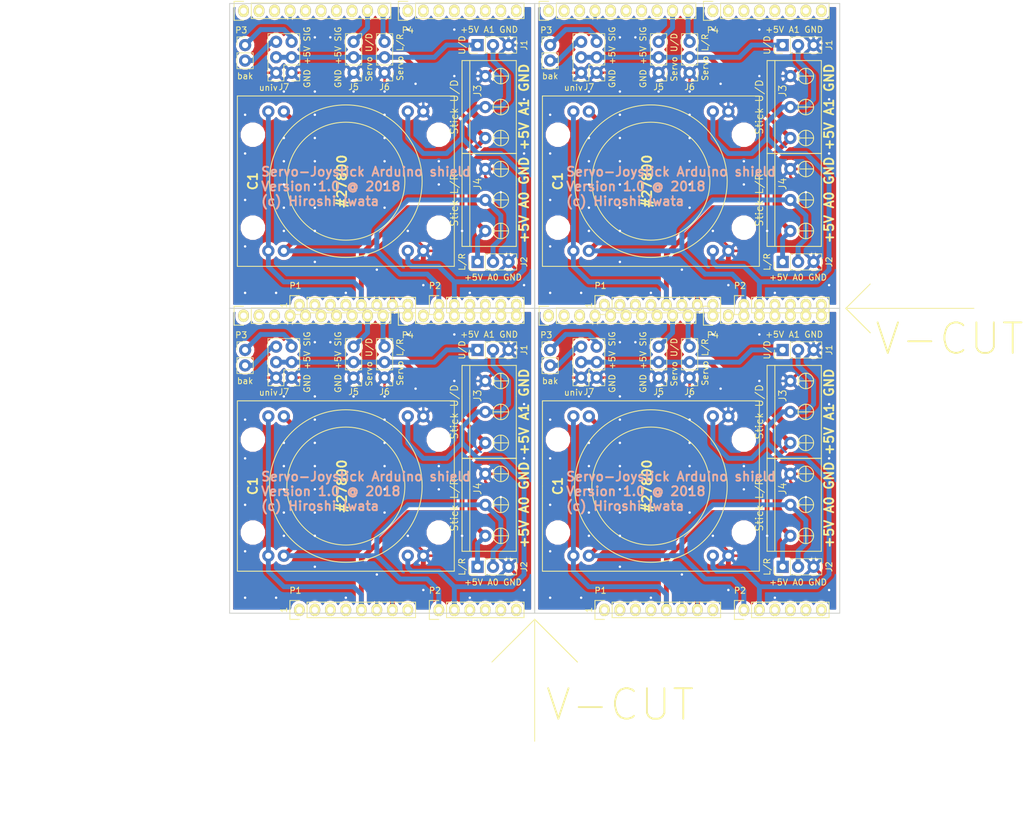
<source format=kicad_pcb>
(kicad_pcb (version 4) (host pcbnew 4.0.6)
  (title_block (date "lun. 30 mars 2015"))
  (layers (0 F.Cu signal) (31 B.Cu signal) (34 B.Paste user) (35 F.Paste user) (36 B.SilkS user) (37 F.SilkS user) (38 B.Mask user) (39 F.Mask user) (44 Edge.Cuts user))
  (net 0 "")
  (net 1 /IOREF)
  (net 2 /Reset)
  (net 3 +5V)
  (net 4 GND)
  (net 5 /Vin)
  (net 6 /A0)
  (net 7 /A1)
  (net 8 /A2)
  (net 9 /A3)
  (net 10 "/A4(SDA)")
  (net 11 "/A5(SCL)")
  (net 12 "/9(**)")
  (net 13 /8)
  (net 14 /7)
  (net 15 "/6(**)")
  (net 16 "/5(**)")
  (net 17 /4)
  (net 18 "/3(**)")
  (net 19 /2)
  (net 20 "/1(Tx)")
  (net 21 "/0(Rx)")
  (net 22 "/13(SCK)")
  (net 23 "/10(**/SS)")
  (net 24 "Net-(P1-Pad1)")
  (net 25 "/12(MISO)")
  (net 26 "/11(**/MOSI)")
  (net 27 "Net-(P1-Pad4)")
  (net 28 "Net-(P3-Pad1)")
  (net 29 "Net-(P3-Pad2)")
  (net 30 "Net-(P3-Pad3)")
  (net 31 "Net-(J7-Pad5)")
  (net 32 "Net-(J7-Pad6)")
  (module MY_VIA:TerminalBlock3 (layer F.Cu) (at 99.418 131.585 90)
    (fp_text reference J4 (at 2.635 -1.27 90) (layer F.SilkS) (effects (font (size 1.2 1.2))))
    (fp_text value "Stick L/R" (at 0 -5.08 90) (layer F.SilkS) (effects (font (size 1.2 1.2))))
    (pad 1 thru_hole circle (at -5.08 0 90) (size 2 2) (drill 1) (layers *.Cu *.Mask) (net 3 +5V))
    (pad 2 thru_hole circle (at 0 0 90) (size 2 2) (drill 1) (layers *.Cu *.Mask) (net 6 /A0))
    (pad 3 thru_hole circle (at 5.08 0 90) (size 2 2) (drill 1) (layers *.Cu *.Mask) (net 4 GND))
  )
  (module kicad-lib-input:27800 (layer F.Cu) (at 76.558 128.505 90)
    (fp_text reference C1 (at 0 -15.24 90) (layer F.SilkS) (effects (font (size 1.5 1.5) (thickness 0.3))))
    (fp_text value "#27800" (at 0 -0.635 90) (layer F.SilkS) (effects (font (size 1.5 1.5) (thickness 0.3))))
    (pad 5 thru_hole circle (at 11.43 -12.7 90) (size 2 2) (drill 1) (layers *.Cu *.Mask) (net 3 +5V))
    (pad 2 thru_hole circle (at -11.43 -10.16 90) (size 2 2) (drill 1) (layers *.Cu *.Mask) (net 6 /A0))
    (pad 1 thru_hole circle (at -11.43 -12.7 90) (size 2 2) (drill 1) (layers *.Cu *.Mask) (net 3 +5V))
    (pad 6 thru_hole circle (at 11.43 -10.16 90) (size 2 2) (drill 1) (layers *.Cu *.Mask) (net 6 /A0))
    (pad 3 thru_hole circle (at -11.43 10.16 90) (size 2 2) (drill 1) (layers *.Cu *.Mask) (net 7 /A1))
    (pad 4 thru_hole circle (at -11.43 12.7 90) (size 2 2) (drill 1) (layers *.Cu *.Mask) (net 4 GND))
    (pad 7 thru_hole circle (at 11.43 10.16 90) (size 2 2) (drill 1) (layers *.Cu *.Mask) (net 7 /A1))
    (pad 8 thru_hole circle (at 11.43 12.7 90) (size 2 2) (drill 1) (layers *.Cu *.Mask) (net 4 GND))
    (pad "" np_thru_hole circle (at 7.62 -15.24 90) (size 3 3) (drill 3) (layers *.Cu *.Mask))
    (pad "" np_thru_hole circle (at -7.62 -15.24 90) (size 3 3) (drill 3) (layers *.Cu *.Mask))
    (pad "" np_thru_hole circle (at -7.62 15.24 90) (size 3 3) (drill 3) (layers *.Cu *.Mask))
    (pad "" np_thru_hole circle (at 7.62 15.24 90) (size 3 3) (drill 3) (layers *.Cu *.Mask))
  )
  (module Socket_Arduino_Uno:Socket_Strip_Arduino_1x08 (layer F.Cu) (at 68.938 148.825)
    (fp_text reference P1 (at -0.635 -3.175) (layer F.SilkS))
    (fp_text value Power)
    (pad 1 thru_hole oval (at 0 0) (size 1.7272 2.032) (drill 1.016) (layers *.Cu *.Mask F.SilkS) (net 24 "Net-(P1-Pad1)"))
    (pad 2 thru_hole oval (at 2.54 0) (size 1.7272 2.032) (drill 1.016) (layers *.Cu *.Mask F.SilkS) (net 1 /IOREF))
    (pad 3 thru_hole oval (at 5.08 0) (size 1.7272 2.032) (drill 1.016) (layers *.Cu *.Mask F.SilkS) (net 2 /Reset))
    (pad 4 thru_hole oval (at 7.62 0) (size 1.7272 2.032) (drill 1.016) (layers *.Cu *.Mask F.SilkS) (net 27 "Net-(P1-Pad4)"))
    (pad 5 thru_hole oval (at 10.16 0) (size 1.7272 2.032) (drill 1.016) (layers *.Cu *.Mask F.SilkS) (net 3 +5V))
    (pad 6 thru_hole oval (at 12.7 0) (size 1.7272 2.032) (drill 1.016) (layers *.Cu *.Mask F.SilkS) (net 4 GND))
    (pad 7 thru_hole oval (at 15.24 0) (size 1.7272 2.032) (drill 1.016) (layers *.Cu *.Mask F.SilkS) (net 4 GND))
    (pad 8 thru_hole oval (at 17.78 0) (size 1.7272 2.032) (drill 1.016) (layers *.Cu *.Mask F.SilkS) (net 5 /Vin))
  )
  (module Socket_Arduino_Uno:Socket_Strip_Arduino_1x06 (layer F.Cu) (at 91.798 148.825)
    (fp_text reference P2 (at -0.635 -3.175) (layer F.SilkS))
    (fp_text value Analog)
    (pad 1 thru_hole oval (at 0 0) (size 1.7272 2.032) (drill 1.016) (layers *.Cu *.Mask F.SilkS) (net 6 /A0))
    (pad 2 thru_hole oval (at 2.54 0) (size 1.7272 2.032) (drill 1.016) (layers *.Cu *.Mask F.SilkS) (net 7 /A1))
    (pad 3 thru_hole oval (at 5.08 0) (size 1.7272 2.032) (drill 1.016) (layers *.Cu *.Mask F.SilkS) (net 8 /A2))
    (pad 4 thru_hole oval (at 7.62 0) (size 1.7272 2.032) (drill 1.016) (layers *.Cu *.Mask F.SilkS) (net 9 /A3))
    (pad 5 thru_hole oval (at 10.16 0) (size 1.7272 2.032) (drill 1.016) (layers *.Cu *.Mask F.SilkS) (net 10 "/A4(SDA)"))
    (pad 6 thru_hole oval (at 12.7 0) (size 1.7272 2.032) (drill 1.016) (layers *.Cu *.Mask F.SilkS) (net 11 "/A5(SCL)"))
  )
  (module Socket_Arduino_Uno:Socket_Strip_Arduino_1x10 (layer F.Cu) (at 59.794 100.565)
    (fp_text reference P3 (at -0.381 3.175) (layer F.SilkS))
    (fp_text value Digital)
    (pad 1 thru_hole oval (at 0 0) (size 1.7272 2.032) (drill 1.016) (layers *.Cu *.Mask F.SilkS) (net 28 "Net-(P3-Pad1)"))
    (pad 2 thru_hole oval (at 2.54 0) (size 1.7272 2.032) (drill 1.016) (layers *.Cu *.Mask F.SilkS) (net 29 "Net-(P3-Pad2)"))
    (pad 3 thru_hole oval (at 5.08 0) (size 1.7272 2.032) (drill 1.016) (layers *.Cu *.Mask F.SilkS) (net 30 "Net-(P3-Pad3)"))
    (pad 4 thru_hole oval (at 7.62 0) (size 1.7272 2.032) (drill 1.016) (layers *.Cu *.Mask F.SilkS) (net 4 GND))
    (pad 5 thru_hole oval (at 10.16 0) (size 1.7272 2.032) (drill 1.016) (layers *.Cu *.Mask F.SilkS) (net 22 "/13(SCK)"))
    (pad 6 thru_hole oval (at 12.7 0) (size 1.7272 2.032) (drill 1.016) (layers *.Cu *.Mask F.SilkS) (net 25 "/12(MISO)"))
    (pad 7 thru_hole oval (at 15.24 0) (size 1.7272 2.032) (drill 1.016) (layers *.Cu *.Mask F.SilkS) (net 26 "/11(**/MOSI)"))
    (pad 8 thru_hole oval (at 17.78 0) (size 1.7272 2.032) (drill 1.016) (layers *.Cu *.Mask F.SilkS) (net 23 "/10(**/SS)"))
    (pad 9 thru_hole oval (at 20.32 0) (size 1.7272 2.032) (drill 1.016) (layers *.Cu *.Mask F.SilkS) (net 12 "/9(**)"))
    (pad 10 thru_hole oval (at 22.86 0) (size 1.7272 2.032) (drill 1.016) (layers *.Cu *.Mask F.SilkS) (net 13 /8))
  )
  (module Socket_Arduino_Uno:Socket_Strip_Arduino_1x08 (layer F.Cu) (at 86.718 100.565)
    (fp_text reference P4 (at 0 3.175) (layer F.SilkS))
    (fp_text value Digital)
    (pad 1 thru_hole oval (at 0 0) (size 1.7272 2.032) (drill 1.016) (layers *.Cu *.Mask F.SilkS) (net 14 /7))
    (pad 2 thru_hole oval (at 2.54 0) (size 1.7272 2.032) (drill 1.016) (layers *.Cu *.Mask F.SilkS) (net 15 "/6(**)"))
    (pad 3 thru_hole oval (at 5.08 0) (size 1.7272 2.032) (drill 1.016) (layers *.Cu *.Mask F.SilkS) (net 16 "/5(**)"))
    (pad 4 thru_hole oval (at 7.62 0) (size 1.7272 2.032) (drill 1.016) (layers *.Cu *.Mask F.SilkS) (net 17 /4))
    (pad 5 thru_hole oval (at 10.16 0) (size 1.7272 2.032) (drill 1.016) (layers *.Cu *.Mask F.SilkS) (net 18 "/3(**)"))
    (pad 6 thru_hole oval (at 12.7 0) (size 1.7272 2.032) (drill 1.016) (layers *.Cu *.Mask F.SilkS) (net 19 /2))
    (pad 7 thru_hole oval (at 15.24 0) (size 1.7272 2.032) (drill 1.016) (layers *.Cu *.Mask F.SilkS) (net 20 "/1(Tx)"))
    (pad 8 thru_hole oval (at 17.78 0) (size 1.7272 2.032) (drill 1.016) (layers *.Cu *.Mask F.SilkS) (net 21 "/0(Rx)"))
  )
  (module Pin_Headers:Pin_Header_Straight_1x03_Pitch2.54mm (layer F.Cu) (at 98.148 106.185 90)
    (fp_text reference J1 (at 0 7.62 90) (layer F.SilkS))
    (fp_text value U/D (at 0 -2.54 90) (layer F.SilkS))
    (pad 1 thru_hole rect (at 0 0 90) (size 2 2) (drill 1) (layers *.Cu *.Mask) (net 3 +5V))
    (pad 2 thru_hole circle (at 0 2.54 90) (size 2 2) (drill 1) (layers *.Cu *.Mask) (net 7 /A1))
    (pad 3 thru_hole circle (at 0 5.08 90) (size 2 2) (drill 1) (layers *.Cu *.Mask) (net 4 GND))
  )
  (module Pin_Headers:Pin_Header_Straight_1x03_Pitch2.54mm (layer F.Cu) (at 98.148 141.745 90)
    (fp_text reference J2 (at 0 7.62 90) (layer F.SilkS))
    (fp_text value L/R (at 0 -2.54 90) (layer F.SilkS))
    (pad 1 thru_hole rect (at 0 0 90) (size 2 2) (drill 1) (layers *.Cu *.Mask) (net 3 +5V))
    (pad 2 thru_hole circle (at 0 2.54 90) (size 2 2) (drill 1) (layers *.Cu *.Mask) (net 6 /A0))
    (pad 3 thru_hole circle (at 0 5.08 90) (size 2 2) (drill 1) (layers *.Cu *.Mask) (net 4 GND))
  )
  (module MY_VIA:TerminalBlock3 (layer F.Cu) (at 99.418 116.345 90)
    (fp_text reference J3 (at 2.635 -1.27 90) (layer F.SilkS) (effects (font (size 1.2 1.2))))
    (fp_text value "Stick U/D" (at 0 -5.08 90) (layer F.SilkS) (effects (font (size 1.2 1.2))))
    (pad 1 thru_hole circle (at -5.08 0 90) (size 2 2) (drill 1) (layers *.Cu *.Mask) (net 3 +5V))
    (pad 2 thru_hole circle (at 0 0 90) (size 2 2) (drill 1) (layers *.Cu *.Mask) (net 7 /A1))
    (pad 3 thru_hole circle (at 5.08 0 90) (size 2 2) (drill 1) (layers *.Cu *.Mask) (net 4 GND))
  )
  (module Pin_Headers:Pin_Header_Straight_1x03_Pitch2.54mm (layer F.Cu) (at 77.828 110.725 180)
    (fp_text reference J5 (at 0 -2.33 180) (layer F.SilkS))
    (fp_text value "Servo U/D" (at -2.54 2.54 270) (layer F.SilkS))
    (pad 1 thru_hole circle (at 0 0 180) (size 2 2) (drill 1) (layers *.Cu *.Mask) (net 4 GND))
    (pad 2 thru_hole circle (at 0 2.54 180) (size 2 2) (drill 1) (layers *.Cu *.Mask) (net 3 +5V))
    (pad 3 thru_hole circle (at 0 5.08 180) (size 2 2) (drill 1) (layers *.Cu *.Mask) (net 12 "/9(**)"))
  )
  (module Pin_Headers:Pin_Header_Straight_1x03_Pitch2.54mm (layer F.Cu) (at 82.908 110.725 180)
    (fp_text reference J6 (at 0 -2.33 180) (layer F.SilkS))
    (fp_text value "Servo L/R" (at -2.54 2.54 270) (layer F.SilkS))
    (pad 1 thru_hole circle (at 0 0 180) (size 2 2) (drill 1) (layers *.Cu *.Mask) (net 4 GND))
    (pad 2 thru_hole circle (at 0 2.54 180) (size 2 2) (drill 1) (layers *.Cu *.Mask) (net 3 +5V))
    (pad 3 thru_hole circle (at 0 5.08 180) (size 2 2) (drill 1) (layers *.Cu *.Mask) (net 13 /8))
  )
  (module Pin_Headers:Pin_Header_Straight_2x03_Pitch2.54mm (layer F.Cu) (at 67.668 110.725 180)
    (fp_text reference J7 (at 1.27 -2.33 180) (layer F.SilkS))
    (fp_text value univ (at 3.81 -2.445 180) (layer F.SilkS))
    (pad 1 thru_hole circle (at 0 0 180) (size 2 2) (drill 1) (layers *.Cu *.Mask) (net 4 GND))
    (pad 2 thru_hole circle (at 2.54 0 180) (size 2 2) (drill 1) (layers *.Cu *.Mask) (net 4 GND))
    (pad 3 thru_hole circle (at 0 2.54 180) (size 2 2) (drill 1) (layers *.Cu *.Mask) (net 3 +5V))
    (pad 4 thru_hole circle (at 2.54 2.54 180) (size 2 2) (drill 1) (layers *.Cu *.Mask) (net 3 +5V))
    (pad 5 thru_hole circle (at 0 5.08 180) (size 2 2) (drill 1) (layers *.Cu *.Mask) (net 31 "Net-(J7-Pad5)"))
    (pad 6 thru_hole circle (at 2.54 5.08 180) (size 2 2) (drill 1) (layers *.Cu *.Mask) (net 32 "Net-(J7-Pad6)"))
  )
  (module Pin_Headers:Pin_Header_Straight_1x02_Pitch2.54mm (layer F.Cu) (at 60.048 106.185)
    (fp_text reference bak (at 0 5.08) (layer F.SilkS))
    (fp_text value "")
    (pad 1 thru_hole circle (at 0 0) (size 2 2) (drill 1) (layers *.Cu *.Mask) (net 31 "Net-(J7-Pad5)"))
    (pad 2 thru_hole circle (at 0 2.54) (size 2 2) (drill 1) (layers *.Cu *.Mask) (net 32 "Net-(J7-Pad6)"))
  )
  (module MY_VIA:TerminalBlock3 (layer F.Cu) (at 149.418 131.585 90)
    (fp_text reference J4 (at 2.635 -1.27 90) (layer F.SilkS) (effects (font (size 1.2 1.2))))
    (fp_text value "Stick L/R" (at 0 -5.08 90) (layer F.SilkS) (effects (font (size 1.2 1.2))))
    (pad 1 thru_hole circle (at -5.08 0 90) (size 2 2) (drill 1) (layers *.Cu *.Mask) (net 3 +5V))
    (pad 2 thru_hole circle (at 0 0 90) (size 2 2) (drill 1) (layers *.Cu *.Mask) (net 6 /A0))
    (pad 3 thru_hole circle (at 5.08 0 90) (size 2 2) (drill 1) (layers *.Cu *.Mask) (net 4 GND))
  )
  (module kicad-lib-input:27800 (layer F.Cu) (at 126.558 128.505 90)
    (fp_text reference C1 (at 0 -15.24 90) (layer F.SilkS) (effects (font (size 1.5 1.5) (thickness 0.3))))
    (fp_text value "#27800" (at 0 -0.635 90) (layer F.SilkS) (effects (font (size 1.5 1.5) (thickness 0.3))))
    (pad 5 thru_hole circle (at 11.43 -12.7 90) (size 2 2) (drill 1) (layers *.Cu *.Mask) (net 3 +5V))
    (pad 2 thru_hole circle (at -11.43 -10.16 90) (size 2 2) (drill 1) (layers *.Cu *.Mask) (net 6 /A0))
    (pad 1 thru_hole circle (at -11.43 -12.7 90) (size 2 2) (drill 1) (layers *.Cu *.Mask) (net 3 +5V))
    (pad 6 thru_hole circle (at 11.43 -10.16 90) (size 2 2) (drill 1) (layers *.Cu *.Mask) (net 6 /A0))
    (pad 3 thru_hole circle (at -11.43 10.16 90) (size 2 2) (drill 1) (layers *.Cu *.Mask) (net 7 /A1))
    (pad 4 thru_hole circle (at -11.43 12.7 90) (size 2 2) (drill 1) (layers *.Cu *.Mask) (net 4 GND))
    (pad 7 thru_hole circle (at 11.43 10.16 90) (size 2 2) (drill 1) (layers *.Cu *.Mask) (net 7 /A1))
    (pad 8 thru_hole circle (at 11.43 12.7 90) (size 2 2) (drill 1) (layers *.Cu *.Mask) (net 4 GND))
    (pad "" np_thru_hole circle (at 7.62 -15.24 90) (size 3 3) (drill 3) (layers *.Cu *.Mask))
    (pad "" np_thru_hole circle (at -7.62 -15.24 90) (size 3 3) (drill 3) (layers *.Cu *.Mask))
    (pad "" np_thru_hole circle (at -7.62 15.24 90) (size 3 3) (drill 3) (layers *.Cu *.Mask))
    (pad "" np_thru_hole circle (at 7.62 15.24 90) (size 3 3) (drill 3) (layers *.Cu *.Mask))
  )
  (module Socket_Arduino_Uno:Socket_Strip_Arduino_1x08 (layer F.Cu) (at 118.938 148.825)
    (fp_text reference P1 (at -0.635 -3.175) (layer F.SilkS))
    (fp_text value Power)
    (pad 1 thru_hole oval (at 0 0) (size 1.7272 2.032) (drill 1.016) (layers *.Cu *.Mask F.SilkS) (net 24 "Net-(P1-Pad1)"))
    (pad 2 thru_hole oval (at 2.54 0) (size 1.7272 2.032) (drill 1.016) (layers *.Cu *.Mask F.SilkS) (net 1 /IOREF))
    (pad 3 thru_hole oval (at 5.08 0) (size 1.7272 2.032) (drill 1.016) (layers *.Cu *.Mask F.SilkS) (net 2 /Reset))
    (pad 4 thru_hole oval (at 7.62 0) (size 1.7272 2.032) (drill 1.016) (layers *.Cu *.Mask F.SilkS) (net 27 "Net-(P1-Pad4)"))
    (pad 5 thru_hole oval (at 10.16 0) (size 1.7272 2.032) (drill 1.016) (layers *.Cu *.Mask F.SilkS) (net 3 +5V))
    (pad 6 thru_hole oval (at 12.7 0) (size 1.7272 2.032) (drill 1.016) (layers *.Cu *.Mask F.SilkS) (net 4 GND))
    (pad 7 thru_hole oval (at 15.24 0) (size 1.7272 2.032) (drill 1.016) (layers *.Cu *.Mask F.SilkS) (net 4 GND))
    (pad 8 thru_hole oval (at 17.78 0) (size 1.7272 2.032) (drill 1.016) (layers *.Cu *.Mask F.SilkS) (net 5 /Vin))
  )
  (module Socket_Arduino_Uno:Socket_Strip_Arduino_1x06 (layer F.Cu) (at 141.798 148.825)
    (fp_text reference P2 (at -0.635 -3.175) (layer F.SilkS))
    (fp_text value Analog)
    (pad 1 thru_hole oval (at 0 0) (size 1.7272 2.032) (drill 1.016) (layers *.Cu *.Mask F.SilkS) (net 6 /A0))
    (pad 2 thru_hole oval (at 2.54 0) (size 1.7272 2.032) (drill 1.016) (layers *.Cu *.Mask F.SilkS) (net 7 /A1))
    (pad 3 thru_hole oval (at 5.08 0) (size 1.7272 2.032) (drill 1.016) (layers *.Cu *.Mask F.SilkS) (net 8 /A2))
    (pad 4 thru_hole oval (at 7.62 0) (size 1.7272 2.032) (drill 1.016) (layers *.Cu *.Mask F.SilkS) (net 9 /A3))
    (pad 5 thru_hole oval (at 10.16 0) (size 1.7272 2.032) (drill 1.016) (layers *.Cu *.Mask F.SilkS) (net 10 "/A4(SDA)"))
    (pad 6 thru_hole oval (at 12.7 0) (size 1.7272 2.032) (drill 1.016) (layers *.Cu *.Mask F.SilkS) (net 11 "/A5(SCL)"))
  )
  (module Socket_Arduino_Uno:Socket_Strip_Arduino_1x10 (layer F.Cu) (at 109.794 100.565)
    (fp_text reference P3 (at -0.381 3.175) (layer F.SilkS))
    (fp_text value Digital)
    (pad 1 thru_hole oval (at 0 0) (size 1.7272 2.032) (drill 1.016) (layers *.Cu *.Mask F.SilkS) (net 28 "Net-(P3-Pad1)"))
    (pad 2 thru_hole oval (at 2.54 0) (size 1.7272 2.032) (drill 1.016) (layers *.Cu *.Mask F.SilkS) (net 29 "Net-(P3-Pad2)"))
    (pad 3 thru_hole oval (at 5.08 0) (size 1.7272 2.032) (drill 1.016) (layers *.Cu *.Mask F.SilkS) (net 30 "Net-(P3-Pad3)"))
    (pad 4 thru_hole oval (at 7.62 0) (size 1.7272 2.032) (drill 1.016) (layers *.Cu *.Mask F.SilkS) (net 4 GND))
    (pad 5 thru_hole oval (at 10.16 0) (size 1.7272 2.032) (drill 1.016) (layers *.Cu *.Mask F.SilkS) (net 22 "/13(SCK)"))
    (pad 6 thru_hole oval (at 12.7 0) (size 1.7272 2.032) (drill 1.016) (layers *.Cu *.Mask F.SilkS) (net 25 "/12(MISO)"))
    (pad 7 thru_hole oval (at 15.24 0) (size 1.7272 2.032) (drill 1.016) (layers *.Cu *.Mask F.SilkS) (net 26 "/11(**/MOSI)"))
    (pad 8 thru_hole oval (at 17.78 0) (size 1.7272 2.032) (drill 1.016) (layers *.Cu *.Mask F.SilkS) (net 23 "/10(**/SS)"))
    (pad 9 thru_hole oval (at 20.32 0) (size 1.7272 2.032) (drill 1.016) (layers *.Cu *.Mask F.SilkS) (net 12 "/9(**)"))
    (pad 10 thru_hole oval (at 22.86 0) (size 1.7272 2.032) (drill 1.016) (layers *.Cu *.Mask F.SilkS) (net 13 /8))
  )
  (module Socket_Arduino_Uno:Socket_Strip_Arduino_1x08 (layer F.Cu) (at 136.718 100.565)
    (fp_text reference P4 (at 0 3.175) (layer F.SilkS))
    (fp_text value Digital)
    (pad 1 thru_hole oval (at 0 0) (size 1.7272 2.032) (drill 1.016) (layers *.Cu *.Mask F.SilkS) (net 14 /7))
    (pad 2 thru_hole oval (at 2.54 0) (size 1.7272 2.032) (drill 1.016) (layers *.Cu *.Mask F.SilkS) (net 15 "/6(**)"))
    (pad 3 thru_hole oval (at 5.08 0) (size 1.7272 2.032) (drill 1.016) (layers *.Cu *.Mask F.SilkS) (net 16 "/5(**)"))
    (pad 4 thru_hole oval (at 7.62 0) (size 1.7272 2.032) (drill 1.016) (layers *.Cu *.Mask F.SilkS) (net 17 /4))
    (pad 5 thru_hole oval (at 10.16 0) (size 1.7272 2.032) (drill 1.016) (layers *.Cu *.Mask F.SilkS) (net 18 "/3(**)"))
    (pad 6 thru_hole oval (at 12.7 0) (size 1.7272 2.032) (drill 1.016) (layers *.Cu *.Mask F.SilkS) (net 19 /2))
    (pad 7 thru_hole oval (at 15.24 0) (size 1.7272 2.032) (drill 1.016) (layers *.Cu *.Mask F.SilkS) (net 20 "/1(Tx)"))
    (pad 8 thru_hole oval (at 17.78 0) (size 1.7272 2.032) (drill 1.016) (layers *.Cu *.Mask F.SilkS) (net 21 "/0(Rx)"))
  )
  (module Pin_Headers:Pin_Header_Straight_1x03_Pitch2.54mm (layer F.Cu) (at 148.148 106.185 90)
    (fp_text reference J1 (at 0 7.62 90) (layer F.SilkS))
    (fp_text value U/D (at 0 -2.54 90) (layer F.SilkS))
    (pad 1 thru_hole rect (at 0 0 90) (size 2 2) (drill 1) (layers *.Cu *.Mask) (net 3 +5V))
    (pad 2 thru_hole circle (at 0 2.54 90) (size 2 2) (drill 1) (layers *.Cu *.Mask) (net 7 /A1))
    (pad 3 thru_hole circle (at 0 5.08 90) (size 2 2) (drill 1) (layers *.Cu *.Mask) (net 4 GND))
  )
  (module Pin_Headers:Pin_Header_Straight_1x03_Pitch2.54mm (layer F.Cu) (at 148.148 141.745 90)
    (fp_text reference J2 (at 0 7.62 90) (layer F.SilkS))
    (fp_text value L/R (at 0 -2.54 90) (layer F.SilkS))
    (pad 1 thru_hole rect (at 0 0 90) (size 2 2) (drill 1) (layers *.Cu *.Mask) (net 3 +5V))
    (pad 2 thru_hole circle (at 0 2.54 90) (size 2 2) (drill 1) (layers *.Cu *.Mask) (net 6 /A0))
    (pad 3 thru_hole circle (at 0 5.08 90) (size 2 2) (drill 1) (layers *.Cu *.Mask) (net 4 GND))
  )
  (module MY_VIA:TerminalBlock3 (layer F.Cu) (at 149.418 116.345 90)
    (fp_text reference J3 (at 2.635 -1.27 90) (layer F.SilkS) (effects (font (size 1.2 1.2))))
    (fp_text value "Stick U/D" (at 0 -5.08 90) (layer F.SilkS) (effects (font (size 1.2 1.2))))
    (pad 1 thru_hole circle (at -5.08 0 90) (size 2 2) (drill 1) (layers *.Cu *.Mask) (net 3 +5V))
    (pad 2 thru_hole circle (at 0 0 90) (size 2 2) (drill 1) (layers *.Cu *.Mask) (net 7 /A1))
    (pad 3 thru_hole circle (at 5.08 0 90) (size 2 2) (drill 1) (layers *.Cu *.Mask) (net 4 GND))
  )
  (module Pin_Headers:Pin_Header_Straight_1x03_Pitch2.54mm (layer F.Cu) (at 127.828 110.725 180)
    (fp_text reference J5 (at 0 -2.33 180) (layer F.SilkS))
    (fp_text value "Servo U/D" (at -2.54 2.54 270) (layer F.SilkS))
    (pad 1 thru_hole circle (at 0 0 180) (size 2 2) (drill 1) (layers *.Cu *.Mask) (net 4 GND))
    (pad 2 thru_hole circle (at 0 2.54 180) (size 2 2) (drill 1) (layers *.Cu *.Mask) (net 3 +5V))
    (pad 3 thru_hole circle (at 0 5.08 180) (size 2 2) (drill 1) (layers *.Cu *.Mask) (net 12 "/9(**)"))
  )
  (module Pin_Headers:Pin_Header_Straight_1x03_Pitch2.54mm (layer F.Cu) (at 132.908 110.725 180)
    (fp_text reference J6 (at 0 -2.33 180) (layer F.SilkS))
    (fp_text value "Servo L/R" (at -2.54 2.54 270) (layer F.SilkS))
    (pad 1 thru_hole circle (at 0 0 180) (size 2 2) (drill 1) (layers *.Cu *.Mask) (net 4 GND))
    (pad 2 thru_hole circle (at 0 2.54 180) (size 2 2) (drill 1) (layers *.Cu *.Mask) (net 3 +5V))
    (pad 3 thru_hole circle (at 0 5.08 180) (size 2 2) (drill 1) (layers *.Cu *.Mask) (net 13 /8))
  )
  (module Pin_Headers:Pin_Header_Straight_2x03_Pitch2.54mm (layer F.Cu) (at 117.668 110.725 180)
    (fp_text reference J7 (at 1.27 -2.33 180) (layer F.SilkS))
    (fp_text value univ (at 3.81 -2.445 180) (layer F.SilkS))
    (pad 1 thru_hole circle (at 0 0 180) (size 2 2) (drill 1) (layers *.Cu *.Mask) (net 4 GND))
    (pad 2 thru_hole circle (at 2.54 0 180) (size 2 2) (drill 1) (layers *.Cu *.Mask) (net 4 GND))
    (pad 3 thru_hole circle (at 0 2.54 180) (size 2 2) (drill 1) (layers *.Cu *.Mask) (net 3 +5V))
    (pad 4 thru_hole circle (at 2.54 2.54 180) (size 2 2) (drill 1) (layers *.Cu *.Mask) (net 3 +5V))
    (pad 5 thru_hole circle (at 0 5.08 180) (size 2 2) (drill 1) (layers *.Cu *.Mask) (net 31 "Net-(J7-Pad5)"))
    (pad 6 thru_hole circle (at 2.54 5.08 180) (size 2 2) (drill 1) (layers *.Cu *.Mask) (net 32 "Net-(J7-Pad6)"))
  )
  (module Pin_Headers:Pin_Header_Straight_1x02_Pitch2.54mm (layer F.Cu) (at 110.048 106.185)
    (fp_text reference bak (at 0 5.08) (layer F.SilkS))
    (fp_text value "")
    (pad 1 thru_hole circle (at 0 0) (size 2 2) (drill 1) (layers *.Cu *.Mask) (net 31 "Net-(J7-Pad5)"))
    (pad 2 thru_hole circle (at 0 2.54) (size 2 2) (drill 1) (layers *.Cu *.Mask) (net 32 "Net-(J7-Pad6)"))
  )
  (module MY_VIA:TerminalBlock3 (layer F.Cu) (at 99.418 81.585 90)
    (fp_text reference J4 (at 2.635 -1.27 90) (layer F.SilkS) (effects (font (size 1.2 1.2))))
    (fp_text value "Stick L/R" (at 0 -5.08 90) (layer F.SilkS) (effects (font (size 1.2 1.2))))
    (pad 1 thru_hole circle (at -5.08 0 90) (size 2 2) (drill 1) (layers *.Cu *.Mask) (net 3 +5V))
    (pad 2 thru_hole circle (at 0 0 90) (size 2 2) (drill 1) (layers *.Cu *.Mask) (net 6 /A0))
    (pad 3 thru_hole circle (at 5.08 0 90) (size 2 2) (drill 1) (layers *.Cu *.Mask) (net 4 GND))
  )
  (module kicad-lib-input:27800 (layer F.Cu) (at 76.558 78.505 90)
    (fp_text reference C1 (at 0 -15.24 90) (layer F.SilkS) (effects (font (size 1.5 1.5) (thickness 0.3))))
    (fp_text value "#27800" (at 0 -0.635 90) (layer F.SilkS) (effects (font (size 1.5 1.5) (thickness 0.3))))
    (pad 5 thru_hole circle (at 11.43 -12.7 90) (size 2 2) (drill 1) (layers *.Cu *.Mask) (net 3 +5V))
    (pad 2 thru_hole circle (at -11.43 -10.16 90) (size 2 2) (drill 1) (layers *.Cu *.Mask) (net 6 /A0))
    (pad 1 thru_hole circle (at -11.43 -12.7 90) (size 2 2) (drill 1) (layers *.Cu *.Mask) (net 3 +5V))
    (pad 6 thru_hole circle (at 11.43 -10.16 90) (size 2 2) (drill 1) (layers *.Cu *.Mask) (net 6 /A0))
    (pad 3 thru_hole circle (at -11.43 10.16 90) (size 2 2) (drill 1) (layers *.Cu *.Mask) (net 7 /A1))
    (pad 4 thru_hole circle (at -11.43 12.7 90) (size 2 2) (drill 1) (layers *.Cu *.Mask) (net 4 GND))
    (pad 7 thru_hole circle (at 11.43 10.16 90) (size 2 2) (drill 1) (layers *.Cu *.Mask) (net 7 /A1))
    (pad 8 thru_hole circle (at 11.43 12.7 90) (size 2 2) (drill 1) (layers *.Cu *.Mask) (net 4 GND))
    (pad "" np_thru_hole circle (at 7.62 -15.24 90) (size 3 3) (drill 3) (layers *.Cu *.Mask))
    (pad "" np_thru_hole circle (at -7.62 -15.24 90) (size 3 3) (drill 3) (layers *.Cu *.Mask))
    (pad "" np_thru_hole circle (at -7.62 15.24 90) (size 3 3) (drill 3) (layers *.Cu *.Mask))
    (pad "" np_thru_hole circle (at 7.62 15.24 90) (size 3 3) (drill 3) (layers *.Cu *.Mask))
  )
  (module Socket_Arduino_Uno:Socket_Strip_Arduino_1x08 (layer F.Cu) (at 68.938 98.825)
    (fp_text reference P1 (at -0.635 -3.175) (layer F.SilkS))
    (fp_text value Power)
    (pad 1 thru_hole oval (at 0 0) (size 1.7272 2.032) (drill 1.016) (layers *.Cu *.Mask F.SilkS) (net 24 "Net-(P1-Pad1)"))
    (pad 2 thru_hole oval (at 2.54 0) (size 1.7272 2.032) (drill 1.016) (layers *.Cu *.Mask F.SilkS) (net 1 /IOREF))
    (pad 3 thru_hole oval (at 5.08 0) (size 1.7272 2.032) (drill 1.016) (layers *.Cu *.Mask F.SilkS) (net 2 /Reset))
    (pad 4 thru_hole oval (at 7.62 0) (size 1.7272 2.032) (drill 1.016) (layers *.Cu *.Mask F.SilkS) (net 27 "Net-(P1-Pad4)"))
    (pad 5 thru_hole oval (at 10.16 0) (size 1.7272 2.032) (drill 1.016) (layers *.Cu *.Mask F.SilkS) (net 3 +5V))
    (pad 6 thru_hole oval (at 12.7 0) (size 1.7272 2.032) (drill 1.016) (layers *.Cu *.Mask F.SilkS) (net 4 GND))
    (pad 7 thru_hole oval (at 15.24 0) (size 1.7272 2.032) (drill 1.016) (layers *.Cu *.Mask F.SilkS) (net 4 GND))
    (pad 8 thru_hole oval (at 17.78 0) (size 1.7272 2.032) (drill 1.016) (layers *.Cu *.Mask F.SilkS) (net 5 /Vin))
  )
  (module Socket_Arduino_Uno:Socket_Strip_Arduino_1x06 (layer F.Cu) (at 91.798 98.825)
    (fp_text reference P2 (at -0.635 -3.175) (layer F.SilkS))
    (fp_text value Analog)
    (pad 1 thru_hole oval (at 0 0) (size 1.7272 2.032) (drill 1.016) (layers *.Cu *.Mask F.SilkS) (net 6 /A0))
    (pad 2 thru_hole oval (at 2.54 0) (size 1.7272 2.032) (drill 1.016) (layers *.Cu *.Mask F.SilkS) (net 7 /A1))
    (pad 3 thru_hole oval (at 5.08 0) (size 1.7272 2.032) (drill 1.016) (layers *.Cu *.Mask F.SilkS) (net 8 /A2))
    (pad 4 thru_hole oval (at 7.62 0) (size 1.7272 2.032) (drill 1.016) (layers *.Cu *.Mask F.SilkS) (net 9 /A3))
    (pad 5 thru_hole oval (at 10.16 0) (size 1.7272 2.032) (drill 1.016) (layers *.Cu *.Mask F.SilkS) (net 10 "/A4(SDA)"))
    (pad 6 thru_hole oval (at 12.7 0) (size 1.7272 2.032) (drill 1.016) (layers *.Cu *.Mask F.SilkS) (net 11 "/A5(SCL)"))
  )
  (module Socket_Arduino_Uno:Socket_Strip_Arduino_1x10 (layer F.Cu) (at 59.794 50.565)
    (fp_text reference P3 (at -0.381 3.175) (layer F.SilkS))
    (fp_text value Digital)
    (pad 1 thru_hole oval (at 0 0) (size 1.7272 2.032) (drill 1.016) (layers *.Cu *.Mask F.SilkS) (net 28 "Net-(P3-Pad1)"))
    (pad 2 thru_hole oval (at 2.54 0) (size 1.7272 2.032) (drill 1.016) (layers *.Cu *.Mask F.SilkS) (net 29 "Net-(P3-Pad2)"))
    (pad 3 thru_hole oval (at 5.08 0) (size 1.7272 2.032) (drill 1.016) (layers *.Cu *.Mask F.SilkS) (net 30 "Net-(P3-Pad3)"))
    (pad 4 thru_hole oval (at 7.62 0) (size 1.7272 2.032) (drill 1.016) (layers *.Cu *.Mask F.SilkS) (net 4 GND))
    (pad 5 thru_hole oval (at 10.16 0) (size 1.7272 2.032) (drill 1.016) (layers *.Cu *.Mask F.SilkS) (net 22 "/13(SCK)"))
    (pad 6 thru_hole oval (at 12.7 0) (size 1.7272 2.032) (drill 1.016) (layers *.Cu *.Mask F.SilkS) (net 25 "/12(MISO)"))
    (pad 7 thru_hole oval (at 15.24 0) (size 1.7272 2.032) (drill 1.016) (layers *.Cu *.Mask F.SilkS) (net 26 "/11(**/MOSI)"))
    (pad 8 thru_hole oval (at 17.78 0) (size 1.7272 2.032) (drill 1.016) (layers *.Cu *.Mask F.SilkS) (net 23 "/10(**/SS)"))
    (pad 9 thru_hole oval (at 20.32 0) (size 1.7272 2.032) (drill 1.016) (layers *.Cu *.Mask F.SilkS) (net 12 "/9(**)"))
    (pad 10 thru_hole oval (at 22.86 0) (size 1.7272 2.032) (drill 1.016) (layers *.Cu *.Mask F.SilkS) (net 13 /8))
  )
  (module Socket_Arduino_Uno:Socket_Strip_Arduino_1x08 (layer F.Cu) (at 86.718 50.565)
    (fp_text reference P4 (at 0 3.175) (layer F.SilkS))
    (fp_text value Digital)
    (pad 1 thru_hole oval (at 0 0) (size 1.7272 2.032) (drill 1.016) (layers *.Cu *.Mask F.SilkS) (net 14 /7))
    (pad 2 thru_hole oval (at 2.54 0) (size 1.7272 2.032) (drill 1.016) (layers *.Cu *.Mask F.SilkS) (net 15 "/6(**)"))
    (pad 3 thru_hole oval (at 5.08 0) (size 1.7272 2.032) (drill 1.016) (layers *.Cu *.Mask F.SilkS) (net 16 "/5(**)"))
    (pad 4 thru_hole oval (at 7.62 0) (size 1.7272 2.032) (drill 1.016) (layers *.Cu *.Mask F.SilkS) (net 17 /4))
    (pad 5 thru_hole oval (at 10.16 0) (size 1.7272 2.032) (drill 1.016) (layers *.Cu *.Mask F.SilkS) (net 18 "/3(**)"))
    (pad 6 thru_hole oval (at 12.7 0) (size 1.7272 2.032) (drill 1.016) (layers *.Cu *.Mask F.SilkS) (net 19 /2))
    (pad 7 thru_hole oval (at 15.24 0) (size 1.7272 2.032) (drill 1.016) (layers *.Cu *.Mask F.SilkS) (net 20 "/1(Tx)"))
    (pad 8 thru_hole oval (at 17.78 0) (size 1.7272 2.032) (drill 1.016) (layers *.Cu *.Mask F.SilkS) (net 21 "/0(Rx)"))
  )
  (module Pin_Headers:Pin_Header_Straight_1x03_Pitch2.54mm (layer F.Cu) (at 98.148 56.185 90)
    (fp_text reference J1 (at 0 7.62 90) (layer F.SilkS))
    (fp_text value U/D (at 0 -2.54 90) (layer F.SilkS))
    (pad 1 thru_hole rect (at 0 0 90) (size 2 2) (drill 1) (layers *.Cu *.Mask) (net 3 +5V))
    (pad 2 thru_hole circle (at 0 2.54 90) (size 2 2) (drill 1) (layers *.Cu *.Mask) (net 7 /A1))
    (pad 3 thru_hole circle (at 0 5.08 90) (size 2 2) (drill 1) (layers *.Cu *.Mask) (net 4 GND))
  )
  (module Pin_Headers:Pin_Header_Straight_1x03_Pitch2.54mm (layer F.Cu) (at 98.148 91.745 90)
    (fp_text reference J2 (at 0 7.62 90) (layer F.SilkS))
    (fp_text value L/R (at 0 -2.54 90) (layer F.SilkS))
    (pad 1 thru_hole rect (at 0 0 90) (size 2 2) (drill 1) (layers *.Cu *.Mask) (net 3 +5V))
    (pad 2 thru_hole circle (at 0 2.54 90) (size 2 2) (drill 1) (layers *.Cu *.Mask) (net 6 /A0))
    (pad 3 thru_hole circle (at 0 5.08 90) (size 2 2) (drill 1) (layers *.Cu *.Mask) (net 4 GND))
  )
  (module MY_VIA:TerminalBlock3 (layer F.Cu) (at 99.418 66.345 90)
    (fp_text reference J3 (at 2.635 -1.27 90) (layer F.SilkS) (effects (font (size 1.2 1.2))))
    (fp_text value "Stick U/D" (at 0 -5.08 90) (layer F.SilkS) (effects (font (size 1.2 1.2))))
    (pad 1 thru_hole circle (at -5.08 0 90) (size 2 2) (drill 1) (layers *.Cu *.Mask) (net 3 +5V))
    (pad 2 thru_hole circle (at 0 0 90) (size 2 2) (drill 1) (layers *.Cu *.Mask) (net 7 /A1))
    (pad 3 thru_hole circle (at 5.08 0 90) (size 2 2) (drill 1) (layers *.Cu *.Mask) (net 4 GND))
  )
  (module Pin_Headers:Pin_Header_Straight_1x03_Pitch2.54mm (layer F.Cu) (at 77.828 60.725 180)
    (fp_text reference J5 (at 0 -2.33 180) (layer F.SilkS))
    (fp_text value "Servo U/D" (at -2.54 2.54 270) (layer F.SilkS))
    (pad 1 thru_hole circle (at 0 0 180) (size 2 2) (drill 1) (layers *.Cu *.Mask) (net 4 GND))
    (pad 2 thru_hole circle (at 0 2.54 180) (size 2 2) (drill 1) (layers *.Cu *.Mask) (net 3 +5V))
    (pad 3 thru_hole circle (at 0 5.08 180) (size 2 2) (drill 1) (layers *.Cu *.Mask) (net 12 "/9(**)"))
  )
  (module Pin_Headers:Pin_Header_Straight_1x03_Pitch2.54mm (layer F.Cu) (at 82.908 60.725 180)
    (fp_text reference J6 (at 0 -2.33 180) (layer F.SilkS))
    (fp_text value "Servo L/R" (at -2.54 2.54 270) (layer F.SilkS))
    (pad 1 thru_hole circle (at 0 0 180) (size 2 2) (drill 1) (layers *.Cu *.Mask) (net 4 GND))
    (pad 2 thru_hole circle (at 0 2.54 180) (size 2 2) (drill 1) (layers *.Cu *.Mask) (net 3 +5V))
    (pad 3 thru_hole circle (at 0 5.08 180) (size 2 2) (drill 1) (layers *.Cu *.Mask) (net 13 /8))
  )
  (module Pin_Headers:Pin_Header_Straight_2x03_Pitch2.54mm (layer F.Cu) (at 67.668 60.725 180)
    (fp_text reference J7 (at 1.27 -2.33 180) (layer F.SilkS))
    (fp_text value univ (at 3.81 -2.445 180) (layer F.SilkS))
    (pad 1 thru_hole circle (at 0 0 180) (size 2 2) (drill 1) (layers *.Cu *.Mask) (net 4 GND))
    (pad 2 thru_hole circle (at 2.54 0 180) (size 2 2) (drill 1) (layers *.Cu *.Mask) (net 4 GND))
    (pad 3 thru_hole circle (at 0 2.54 180) (size 2 2) (drill 1) (layers *.Cu *.Mask) (net 3 +5V))
    (pad 4 thru_hole circle (at 2.54 2.54 180) (size 2 2) (drill 1) (layers *.Cu *.Mask) (net 3 +5V))
    (pad 5 thru_hole circle (at 0 5.08 180) (size 2 2) (drill 1) (layers *.Cu *.Mask) (net 31 "Net-(J7-Pad5)"))
    (pad 6 thru_hole circle (at 2.54 5.08 180) (size 2 2) (drill 1) (layers *.Cu *.Mask) (net 32 "Net-(J7-Pad6)"))
  )
  (module Pin_Headers:Pin_Header_Straight_1x02_Pitch2.54mm (layer F.Cu) (at 60.048 56.185)
    (fp_text reference bak (at 0 5.08) (layer F.SilkS))
    (fp_text value "")
    (pad 1 thru_hole circle (at 0 0) (size 2 2) (drill 1) (layers *.Cu *.Mask) (net 31 "Net-(J7-Pad5)"))
    (pad 2 thru_hole circle (at 0 2.54) (size 2 2) (drill 1) (layers *.Cu *.Mask) (net 32 "Net-(J7-Pad6)"))
  )
  (module MY_VIA:TerminalBlock3 (layer F.Cu) (at 149.418 81.585 90)
    (fp_text reference J4 (at 2.635 -1.27 90) (layer F.SilkS) (effects (font (size 1.2 1.2))))
    (fp_text value "Stick L/R" (at 0 -5.08 90) (layer F.SilkS) (effects (font (size 1.2 1.2))))
    (pad 1 thru_hole circle (at -5.08 0 90) (size 2 2) (drill 1) (layers *.Cu *.Mask) (net 3 +5V))
    (pad 2 thru_hole circle (at 0 0 90) (size 2 2) (drill 1) (layers *.Cu *.Mask) (net 6 /A0))
    (pad 3 thru_hole circle (at 5.08 0 90) (size 2 2) (drill 1) (layers *.Cu *.Mask) (net 4 GND))
  )
  (module kicad-lib-input:27800 (layer F.Cu) (at 126.558 78.505 90)
    (fp_text reference C1 (at 0 -15.24 90) (layer F.SilkS) (effects (font (size 1.5 1.5) (thickness 0.3))))
    (fp_text value "#27800" (at 0 -0.635 90) (layer F.SilkS) (effects (font (size 1.5 1.5) (thickness 0.3))))
    (pad 5 thru_hole circle (at 11.43 -12.7 90) (size 2 2) (drill 1) (layers *.Cu *.Mask) (net 3 +5V))
    (pad 2 thru_hole circle (at -11.43 -10.16 90) (size 2 2) (drill 1) (layers *.Cu *.Mask) (net 6 /A0))
    (pad 1 thru_hole circle (at -11.43 -12.7 90) (size 2 2) (drill 1) (layers *.Cu *.Mask) (net 3 +5V))
    (pad 6 thru_hole circle (at 11.43 -10.16 90) (size 2 2) (drill 1) (layers *.Cu *.Mask) (net 6 /A0))
    (pad 3 thru_hole circle (at -11.43 10.16 90) (size 2 2) (drill 1) (layers *.Cu *.Mask) (net 7 /A1))
    (pad 4 thru_hole circle (at -11.43 12.7 90) (size 2 2) (drill 1) (layers *.Cu *.Mask) (net 4 GND))
    (pad 7 thru_hole circle (at 11.43 10.16 90) (size 2 2) (drill 1) (layers *.Cu *.Mask) (net 7 /A1))
    (pad 8 thru_hole circle (at 11.43 12.7 90) (size 2 2) (drill 1) (layers *.Cu *.Mask) (net 4 GND))
    (pad "" np_thru_hole circle (at 7.62 -15.24 90) (size 3 3) (drill 3) (layers *.Cu *.Mask))
    (pad "" np_thru_hole circle (at -7.62 -15.24 90) (size 3 3) (drill 3) (layers *.Cu *.Mask))
    (pad "" np_thru_hole circle (at -7.62 15.24 90) (size 3 3) (drill 3) (layers *.Cu *.Mask))
    (pad "" np_thru_hole circle (at 7.62 15.24 90) (size 3 3) (drill 3) (layers *.Cu *.Mask))
  )
  (module Socket_Arduino_Uno:Socket_Strip_Arduino_1x08 (layer F.Cu) (at 118.938 98.825)
    (fp_text reference P1 (at -0.635 -3.175) (layer F.SilkS))
    (fp_text value Power)
    (pad 1 thru_hole oval (at 0 0) (size 1.7272 2.032) (drill 1.016) (layers *.Cu *.Mask F.SilkS) (net 24 "Net-(P1-Pad1)"))
    (pad 2 thru_hole oval (at 2.54 0) (size 1.7272 2.032) (drill 1.016) (layers *.Cu *.Mask F.SilkS) (net 1 /IOREF))
    (pad 3 thru_hole oval (at 5.08 0) (size 1.7272 2.032) (drill 1.016) (layers *.Cu *.Mask F.SilkS) (net 2 /Reset))
    (pad 4 thru_hole oval (at 7.62 0) (size 1.7272 2.032) (drill 1.016) (layers *.Cu *.Mask F.SilkS) (net 27 "Net-(P1-Pad4)"))
    (pad 5 thru_hole oval (at 10.16 0) (size 1.7272 2.032) (drill 1.016) (layers *.Cu *.Mask F.SilkS) (net 3 +5V))
    (pad 6 thru_hole oval (at 12.7 0) (size 1.7272 2.032) (drill 1.016) (layers *.Cu *.Mask F.SilkS) (net 4 GND))
    (pad 7 thru_hole oval (at 15.24 0) (size 1.7272 2.032) (drill 1.016) (layers *.Cu *.Mask F.SilkS) (net 4 GND))
    (pad 8 thru_hole oval (at 17.78 0) (size 1.7272 2.032) (drill 1.016) (layers *.Cu *.Mask F.SilkS) (net 5 /Vin))
  )
  (module Socket_Arduino_Uno:Socket_Strip_Arduino_1x06 (layer F.Cu) (at 141.798 98.825)
    (fp_text reference P2 (at -0.635 -3.175) (layer F.SilkS))
    (fp_text value Analog)
    (pad 1 thru_hole oval (at 0 0) (size 1.7272 2.032) (drill 1.016) (layers *.Cu *.Mask F.SilkS) (net 6 /A0))
    (pad 2 thru_hole oval (at 2.54 0) (size 1.7272 2.032) (drill 1.016) (layers *.Cu *.Mask F.SilkS) (net 7 /A1))
    (pad 3 thru_hole oval (at 5.08 0) (size 1.7272 2.032) (drill 1.016) (layers *.Cu *.Mask F.SilkS) (net 8 /A2))
    (pad 4 thru_hole oval (at 7.62 0) (size 1.7272 2.032) (drill 1.016) (layers *.Cu *.Mask F.SilkS) (net 9 /A3))
    (pad 5 thru_hole oval (at 10.16 0) (size 1.7272 2.032) (drill 1.016) (layers *.Cu *.Mask F.SilkS) (net 10 "/A4(SDA)"))
    (pad 6 thru_hole oval (at 12.7 0) (size 1.7272 2.032) (drill 1.016) (layers *.Cu *.Mask F.SilkS) (net 11 "/A5(SCL)"))
  )
  (module Socket_Arduino_Uno:Socket_Strip_Arduino_1x10 (layer F.Cu) (at 109.794 50.565)
    (fp_text reference P3 (at -0.381 3.175) (layer F.SilkS))
    (fp_text value Digital)
    (pad 1 thru_hole oval (at 0 0) (size 1.7272 2.032) (drill 1.016) (layers *.Cu *.Mask F.SilkS) (net 28 "Net-(P3-Pad1)"))
    (pad 2 thru_hole oval (at 2.54 0) (size 1.7272 2.032) (drill 1.016) (layers *.Cu *.Mask F.SilkS) (net 29 "Net-(P3-Pad2)"))
    (pad 3 thru_hole oval (at 5.08 0) (size 1.7272 2.032) (drill 1.016) (layers *.Cu *.Mask F.SilkS) (net 30 "Net-(P3-Pad3)"))
    (pad 4 thru_hole oval (at 7.62 0) (size 1.7272 2.032) (drill 1.016) (layers *.Cu *.Mask F.SilkS) (net 4 GND))
    (pad 5 thru_hole oval (at 10.16 0) (size 1.7272 2.032) (drill 1.016) (layers *.Cu *.Mask F.SilkS) (net 22 "/13(SCK)"))
    (pad 6 thru_hole oval (at 12.7 0) (size 1.7272 2.032) (drill 1.016) (layers *.Cu *.Mask F.SilkS) (net 25 "/12(MISO)"))
    (pad 7 thru_hole oval (at 15.24 0) (size 1.7272 2.032) (drill 1.016) (layers *.Cu *.Mask F.SilkS) (net 26 "/11(**/MOSI)"))
    (pad 8 thru_hole oval (at 17.78 0) (size 1.7272 2.032) (drill 1.016) (layers *.Cu *.Mask F.SilkS) (net 23 "/10(**/SS)"))
    (pad 9 thru_hole oval (at 20.32 0) (size 1.7272 2.032) (drill 1.016) (layers *.Cu *.Mask F.SilkS) (net 12 "/9(**)"))
    (pad 10 thru_hole oval (at 22.86 0) (size 1.7272 2.032) (drill 1.016) (layers *.Cu *.Mask F.SilkS) (net 13 /8))
  )
  (module Socket_Arduino_Uno:Socket_Strip_Arduino_1x08 (layer F.Cu) (at 136.718 50.565)
    (fp_text reference P4 (at 0 3.175) (layer F.SilkS))
    (fp_text value Digital)
    (pad 1 thru_hole oval (at 0 0) (size 1.7272 2.032) (drill 1.016) (layers *.Cu *.Mask F.SilkS) (net 14 /7))
    (pad 2 thru_hole oval (at 2.54 0) (size 1.7272 2.032) (drill 1.016) (layers *.Cu *.Mask F.SilkS) (net 15 "/6(**)"))
    (pad 3 thru_hole oval (at 5.08 0) (size 1.7272 2.032) (drill 1.016) (layers *.Cu *.Mask F.SilkS) (net 16 "/5(**)"))
    (pad 4 thru_hole oval (at 7.62 0) (size 1.7272 2.032) (drill 1.016) (layers *.Cu *.Mask F.SilkS) (net 17 /4))
    (pad 5 thru_hole oval (at 10.16 0) (size 1.7272 2.032) (drill 1.016) (layers *.Cu *.Mask F.SilkS) (net 18 "/3(**)"))
    (pad 6 thru_hole oval (at 12.7 0) (size 1.7272 2.032) (drill 1.016) (layers *.Cu *.Mask F.SilkS) (net 19 /2))
    (pad 7 thru_hole oval (at 15.24 0) (size 1.7272 2.032) (drill 1.016) (layers *.Cu *.Mask F.SilkS) (net 20 "/1(Tx)"))
    (pad 8 thru_hole oval (at 17.78 0) (size 1.7272 2.032) (drill 1.016) (layers *.Cu *.Mask F.SilkS) (net 21 "/0(Rx)"))
  )
  (module Pin_Headers:Pin_Header_Straight_1x03_Pitch2.54mm (layer F.Cu) (at 148.148 56.185 90)
    (fp_text reference J1 (at 0 7.62 90) (layer F.SilkS))
    (fp_text value U/D (at 0 -2.54 90) (layer F.SilkS))
    (pad 1 thru_hole rect (at 0 0 90) (size 2 2) (drill 1) (layers *.Cu *.Mask) (net 3 +5V))
    (pad 2 thru_hole circle (at 0 2.54 90) (size 2 2) (drill 1) (layers *.Cu *.Mask) (net 7 /A1))
    (pad 3 thru_hole circle (at 0 5.08 90) (size 2 2) (drill 1) (layers *.Cu *.Mask) (net 4 GND))
  )
  (module Pin_Headers:Pin_Header_Straight_1x03_Pitch2.54mm (layer F.Cu) (at 148.148 91.745 90)
    (fp_text reference J2 (at 0 7.62 90) (layer F.SilkS))
    (fp_text value L/R (at 0 -2.54 90) (layer F.SilkS))
    (pad 1 thru_hole rect (at 0 0 90) (size 2 2) (drill 1) (layers *.Cu *.Mask) (net 3 +5V))
    (pad 2 thru_hole circle (at 0 2.54 90) (size 2 2) (drill 1) (layers *.Cu *.Mask) (net 6 /A0))
    (pad 3 thru_hole circle (at 0 5.08 90) (size 2 2) (drill 1) (layers *.Cu *.Mask) (net 4 GND))
  )
  (module MY_VIA:TerminalBlock3 (layer F.Cu) (at 149.418 66.345 90)
    (fp_text reference J3 (at 2.635 -1.27 90) (layer F.SilkS) (effects (font (size 1.2 1.2))))
    (fp_text value "Stick U/D" (at 0 -5.08 90) (layer F.SilkS) (effects (font (size 1.2 1.2))))
    (pad 1 thru_hole circle (at -5.08 0 90) (size 2 2) (drill 1) (layers *.Cu *.Mask) (net 3 +5V))
    (pad 2 thru_hole circle (at 0 0 90) (size 2 2) (drill 1) (layers *.Cu *.Mask) (net 7 /A1))
    (pad 3 thru_hole circle (at 5.08 0 90) (size 2 2) (drill 1) (layers *.Cu *.Mask) (net 4 GND))
  )
  (module Pin_Headers:Pin_Header_Straight_1x03_Pitch2.54mm (layer F.Cu) (at 127.828 60.725 180)
    (fp_text reference J5 (at 0 -2.33 180) (layer F.SilkS))
    (fp_text value "Servo U/D" (at -2.54 2.54 270) (layer F.SilkS))
    (pad 1 thru_hole circle (at 0 0 180) (size 2 2) (drill 1) (layers *.Cu *.Mask) (net 4 GND))
    (pad 2 thru_hole circle (at 0 2.54 180) (size 2 2) (drill 1) (layers *.Cu *.Mask) (net 3 +5V))
    (pad 3 thru_hole circle (at 0 5.08 180) (size 2 2) (drill 1) (layers *.Cu *.Mask) (net 12 "/9(**)"))
  )
  (module Pin_Headers:Pin_Header_Straight_1x03_Pitch2.54mm (layer F.Cu) (at 132.908 60.725 180)
    (fp_text reference J6 (at 0 -2.33 180) (layer F.SilkS))
    (fp_text value "Servo L/R" (at -2.54 2.54 270) (layer F.SilkS))
    (pad 1 thru_hole circle (at 0 0 180) (size 2 2) (drill 1) (layers *.Cu *.Mask) (net 4 GND))
    (pad 2 thru_hole circle (at 0 2.54 180) (size 2 2) (drill 1) (layers *.Cu *.Mask) (net 3 +5V))
    (pad 3 thru_hole circle (at 0 5.08 180) (size 2 2) (drill 1) (layers *.Cu *.Mask) (net 13 /8))
  )
  (module Pin_Headers:Pin_Header_Straight_2x03_Pitch2.54mm (layer F.Cu) (at 117.668 60.725 180)
    (fp_text reference J7 (at 1.27 -2.33 180) (layer F.SilkS))
    (fp_text value univ (at 3.81 -2.445 180) (layer F.SilkS))
    (pad 1 thru_hole circle (at 0 0 180) (size 2 2) (drill 1) (layers *.Cu *.Mask) (net 4 GND))
    (pad 2 thru_hole circle (at 2.54 0 180) (size 2 2) (drill 1) (layers *.Cu *.Mask) (net 4 GND))
    (pad 3 thru_hole circle (at 0 2.54 180) (size 2 2) (drill 1) (layers *.Cu *.Mask) (net 3 +5V))
    (pad 4 thru_hole circle (at 2.54 2.54 180) (size 2 2) (drill 1) (layers *.Cu *.Mask) (net 3 +5V))
    (pad 5 thru_hole circle (at 0 5.08 180) (size 2 2) (drill 1) (layers *.Cu *.Mask) (net 31 "Net-(J7-Pad5)"))
    (pad 6 thru_hole circle (at 2.54 5.08 180) (size 2 2) (drill 1) (layers *.Cu *.Mask) (net 32 "Net-(J7-Pad6)"))
  )
  (module Pin_Headers:Pin_Header_Straight_1x02_Pitch2.54mm (layer F.Cu) (at 110.048 56.185)
    (fp_text reference bak (at 0 5.08) (layer F.SilkS))
    (fp_text value "")
    (pad 1 thru_hole circle (at 0 0) (size 2 2) (drill 1) (layers *.Cu *.Mask) (net 31 "Net-(J7-Pad5)"))
    (pad 2 thru_hole circle (at 0 2.54) (size 2 2) (drill 1) (layers *.Cu *.Mask) (net 32 "Net-(J7-Pad6)"))
  )
  (gr_text "Servo-Joystick Arduino shield\nVersion 1.0 @ 2018\n(c) Hiroshi Iwata" (at 112.508 129.365) (layer B.SilkS) (effects (font (size 1.5 1.5) (thickness 0.3)) (justify left)))
  (gr_text "Servo-Joystick Arduino shield\nVersion 1.0 @ 2018\n(c) Hiroshi Iwata" (at 62.508 129.365) (layer B.SilkS) (effects (font (size 1.5 1.5) (thickness 0.3)) (justify left)))
  (gr_text "Servo-Joystick Arduino shield\nVersion 1.0 @ 2018\n(c) Hiroshi Iwata" (at 62.508 79.365) (layer B.SilkS) (effects (font (size 1.5 1.5) (thickness 0.3)) (justify left)))
  (gr_text V-CUT (at 121.508 164.365) (layer F.SilkS) (effects (font (size 5 5) (thickness 0.3))))
  (gr_line (start 107.508 150.365) (end 107.508 170.365) (angle 90) (layer F.SilkS) (width 0.15))
  (gr_line (start 114.508 157.365) (end 107.508 150.365) (angle 90) (layer F.SilkS) (width 0.15))
  (gr_line (start 107.508 150.365) (end 114.508 157.365) (angle 90) (layer F.SilkS) (width 0.15))
  (gr_line (start 100.508 157.365) (end 107.508 150.365) (angle 90) (layer F.SilkS) (width 0.15))
  (gr_text V-CUT (at 175.508 104.365) (layer F.SilkS) (effects (font (size 5 5) (thickness 0.3))))
  (gr_line (start 158.508 99.365) (end 179.508 99.365) (angle 90) (layer F.SilkS) (width 0.15))
  (gr_line (start 162.508 103.365) (end 158.508 99.365) (angle 90) (layer F.SilkS) (width 0.15))
  (gr_line (start 158.508 99.365) (end 162.508 103.365) (angle 90) (layer F.SilkS) (width 0.15))
  (gr_line (start 162.508 95.365) (end 158.508 99.365) (angle 90) (layer F.SilkS) (width 0.15))
  (gr_line (start 57.508 99.365) (end 57.508 149.365) (angle 90) (layer Edge.Cuts) (width 0.15))
  (gr_line (start 107.508 99.365) (end 57.508 99.365) (angle 90) (layer Edge.Cuts) (width 0.15))
  (gr_line (start 107.508 149.365) (end 107.508 99.365) (angle 90) (layer Edge.Cuts) (width 0.15))
  (gr_line (start 57.508 149.365) (end 107.508 149.365) (angle 90) (layer Edge.Cuts) (width 0.15))
  (gr_text "+5V A0 GND" (at 100.688 144.285) (layer F.SilkS) (effects (font (size 1 1))))
  (gr_text "+5V A1 GND" (at 105.768 116.345 90) (layer F.SilkS) (effects (font (size 1.5 1.5) (thickness 0.3))))
  (gr_text "+5V A0 GND" (at 105.768 131.585 90) (layer F.SilkS) (effects (font (size 1.5 1.5) (thickness 0.3))))
  (gr_text "+5V A1 GND" (at 100.053 103.645) (layer F.SilkS) (effects (font (size 1 1))))
  (gr_text "GND +5V SIG" (at 70.208 108.185 90) (layer F.SilkS) (effects (font (size 1 1))))
  (gr_text "GND +5V SIG" (at 75.288 108.185 90) (layer F.SilkS) (effects (font (size 1 1))))
  (gr_text 1 (at 66.398 148.825 90) (layer F.SilkS) (effects (font (size 1 1))))
  (gr_line (start 107.508 99.365) (end 107.508 149.365) (angle 90) (layer Edge.Cuts) (width 0.15))
  (gr_line (start 157.508 99.365) (end 107.508 99.365) (angle 90) (layer Edge.Cuts) (width 0.15))
  (gr_line (start 157.508 149.365) (end 157.508 99.365) (angle 90) (layer Edge.Cuts) (width 0.15))
  (gr_line (start 107.508 149.365) (end 157.508 149.365) (angle 90) (layer Edge.Cuts) (width 0.15))
  (gr_text "+5V A0 GND" (at 150.688 144.285) (layer F.SilkS) (effects (font (size 1 1))))
  (gr_text "+5V A1 GND" (at 155.768 116.345 90) (layer F.SilkS) (effects (font (size 1.5 1.5) (thickness 0.3))))
  (gr_text "+5V A0 GND" (at 155.768 131.585 90) (layer F.SilkS) (effects (font (size 1.5 1.5) (thickness 0.3))))
  (gr_text "+5V A1 GND" (at 150.053 103.645) (layer F.SilkS) (effects (font (size 1 1))))
  (gr_text "GND +5V SIG" (at 120.208 108.185 90) (layer F.SilkS) (effects (font (size 1 1))))
  (gr_text "GND +5V SIG" (at 125.288 108.185 90) (layer F.SilkS) (effects (font (size 1 1))))
  (gr_text 1 (at 116.398 148.825 90) (layer F.SilkS) (effects (font (size 1 1))))
  (gr_line (start 57.508 49.365) (end 57.508 99.365) (angle 90) (layer Edge.Cuts) (width 0.15))
  (gr_line (start 107.508 49.365) (end 57.508 49.365) (angle 90) (layer Edge.Cuts) (width 0.15))
  (gr_line (start 107.508 99.365) (end 107.508 49.365) (angle 90) (layer Edge.Cuts) (width 0.15))
  (gr_line (start 57.508 99.365) (end 107.508 99.365) (angle 90) (layer Edge.Cuts) (width 0.15))
  (gr_text "+5V A0 GND" (at 100.688 94.285) (layer F.SilkS) (effects (font (size 1 1))))
  (gr_text "+5V A1 GND" (at 105.768 66.345 90) (layer F.SilkS) (effects (font (size 1.5 1.5) (thickness 0.3))))
  (gr_text "+5V A0 GND" (at 105.768 81.585 90) (layer F.SilkS) (effects (font (size 1.5 1.5) (thickness 0.3))))
  (gr_text "+5V A1 GND" (at 100.053 53.645) (layer F.SilkS) (effects (font (size 1 1))))
  (gr_text "GND +5V SIG" (at 70.208 58.185 90) (layer F.SilkS) (effects (font (size 1 1))))
  (gr_text "GND +5V SIG" (at 75.288 58.185 90) (layer F.SilkS) (effects (font (size 1 1))))
  (gr_text 1 (at 66.398 98.825 90) (layer F.SilkS) (effects (font (size 1 1))))
  (gr_text "Servo-Joystick Arduino shield\nVersion 1.0 @ 2018\n(c) Hiroshi Iwata" (at 112.508 79.365) (layer B.SilkS) (effects (font (size 1.5 1.5) (thickness 0.3)) (justify left)))
  (gr_line (start 107.508 49.365) (end 107.508 99.365) (angle 90) (layer Edge.Cuts) (width 0.15))
  (gr_line (start 157.508 49.365) (end 107.508 49.365) (angle 90) (layer Edge.Cuts) (width 0.15))
  (gr_line (start 157.508 99.365) (end 157.508 49.365) (angle 90) (layer Edge.Cuts) (width 0.15))
  (gr_line (start 107.508 99.365) (end 157.508 99.365) (angle 90) (layer Edge.Cuts) (width 0.15))
  (gr_text "+5V A0 GND" (at 150.688 94.285) (layer F.SilkS) (effects (font (size 1 1))))
  (gr_text "+5V A1 GND" (at 155.768 66.345 90) (layer F.SilkS) (effects (font (size 1.5 1.5) (thickness 0.3))))
  (gr_text "+5V A0 GND" (at 155.768 81.585 90) (layer F.SilkS) (effects (font (size 1.5 1.5) (thickness 0.3))))
  (gr_text "+5V A1 GND" (at 150.053 53.645) (layer F.SilkS) (effects (font (size 1 1))))
  (gr_text "GND +5V SIG" (at 120.208 58.185 90) (layer F.SilkS) (effects (font (size 1 1))))
  (gr_text "GND +5V SIG" (at 125.288 58.185 90) (layer F.SilkS) (effects (font (size 1 1))))
  (gr_text 1 (at 116.398 98.825 90) (layer F.SilkS) (effects (font (size 1 1))))
  (segment (start 98.148 141.745) (end 98.148 137.935) (width 0.8) (layer B.Cu) (net 3))
  (segment (start 98.148 137.935) (end 99.418 136.665) (width 0.8) (layer B.Cu) (net 3))
  (segment (start 95.608 132.855) (end 95.608 125.235) (width 0.8) (layer F.Cu) (net 3))
  (segment (start 95.608 125.235) (end 99.418 121.425) (width 0.8) (layer F.Cu) (net 3))
  (segment (start 79.098 148.825) (end 79.098 140.475) (width 0.8) (layer F.Cu) (net 3))
  (segment (start 95.608 132.855) (end 99.418 136.665) (width 0.8) (layer F.Cu) (net 3))
  (segment (start 86.718 132.855) (end 95.608 132.855) (width 0.8) (layer F.Cu) (net 3))
  (segment (start 79.098 140.475) (end 86.718 132.855) (width 0.8) (layer F.Cu) (net 3))
  (segment (start 82.908 108.185) (end 86.178 108.185) (width 0.8) (layer F.Cu) (net 3))
  (segment (start 86.178 108.185) (end 99.418 121.425) (width 0.8) (layer F.Cu) (net 3))
  (segment (start 82.908 108.185) (end 91.068 108.185) (width 0.8) (layer B.Cu) (net 3))
  (segment (start 93.068 106.185) (end 98.148 106.185) (width 0.8) (layer B.Cu) (net 3))
  (segment (start 91.068 108.185) (end 93.068 106.185) (width 0.8) (layer B.Cu) (net 3))
  (segment (start 77.828 108.185) (end 82.908 108.185) (width 0.8) (layer B.Cu) (net 3))
  (segment (start 67.668 108.185) (end 77.828 108.185) (width 0.8) (layer B.Cu) (net 3))
  (segment (start 65.128 108.185) (end 67.668 108.185) (width 0.8) (layer B.Cu) (net 3))
  (segment (start 63.858 139.935) (end 63.858 117.075) (width 0.8) (layer B.Cu) (net 3))
  (segment (start 63.858 139.935) (end 63.858 142.475) (width 0.8) (layer B.Cu) (net 3))
  (segment (start 63.858 142.475) (end 66.398 145.015) (width 0.8) (layer B.Cu) (net 3))
  (segment (start 66.398 145.015) (end 77.828 145.015) (width 0.8) (layer B.Cu) (net 3))
  (segment (start 77.828 145.015) (end 79.098 146.285) (width 0.8) (layer B.Cu) (net 3))
  (segment (start 79.098 146.285) (end 79.098 148.825) (width 0.8) (layer B.Cu) (net 3))
  (segment (start 148.148 141.745) (end 148.148 137.935) (width 0.8) (layer B.Cu) (net 3))
  (segment (start 148.148 137.935) (end 149.418 136.665) (width 0.8) (layer B.Cu) (net 3))
  (segment (start 145.608 132.855) (end 145.608 125.235) (width 0.8) (layer F.Cu) (net 3))
  (segment (start 145.608 125.235) (end 149.418 121.425) (width 0.8) (layer F.Cu) (net 3))
  (segment (start 129.098 148.825) (end 129.098 140.475) (width 0.8) (layer F.Cu) (net 3))
  (segment (start 145.608 132.855) (end 149.418 136.665) (width 0.8) (layer F.Cu) (net 3))
  (segment (start 136.718 132.855) (end 145.608 132.855) (width 0.8) (layer F.Cu) (net 3))
  (segment (start 129.098 140.475) (end 136.718 132.855) (width 0.8) (layer F.Cu) (net 3))
  (segment (start 132.908 108.185) (end 136.178 108.185) (width 0.8) (layer F.Cu) (net 3))
  (segment (start 136.178 108.185) (end 149.418 121.425) (width 0.8) (layer F.Cu) (net 3))
  (segment (start 132.908 108.185) (end 141.068 108.185) (width 0.8) (layer B.Cu) (net 3))
  (segment (start 143.068 106.185) (end 148.148 106.185) (width 0.8) (layer B.Cu) (net 3))
  (segment (start 141.068 108.185) (end 143.068 106.185) (width 0.8) (layer B.Cu) (net 3))
  (segment (start 127.828 108.185) (end 132.908 108.185) (width 0.8) (layer B.Cu) (net 3))
  (segment (start 117.668 108.185) (end 127.828 108.185) (width 0.8) (layer B.Cu) (net 3))
  (segment (start 115.128 108.185) (end 117.668 108.185) (width 0.8) (layer B.Cu) (net 3))
  (segment (start 113.858 139.935) (end 113.858 117.075) (width 0.8) (layer B.Cu) (net 3))
  (segment (start 113.858 139.935) (end 113.858 142.475) (width 0.8) (layer B.Cu) (net 3))
  (segment (start 113.858 142.475) (end 116.398 145.015) (width 0.8) (layer B.Cu) (net 3))
  (segment (start 116.398 145.015) (end 127.828 145.015) (width 0.8) (layer B.Cu) (net 3))
  (segment (start 127.828 145.015) (end 129.098 146.285) (width 0.8) (layer B.Cu) (net 3))
  (segment (start 129.098 146.285) (end 129.098 148.825) (width 0.8) (layer B.Cu) (net 3))
  (segment (start 98.148 91.745) (end 98.148 87.935) (width 0.8) (layer B.Cu) (net 3))
  (segment (start 98.148 87.935) (end 99.418 86.665) (width 0.8) (layer B.Cu) (net 3))
  (segment (start 95.608 82.855) (end 95.608 75.235) (width 0.8) (layer F.Cu) (net 3))
  (segment (start 95.608 75.235) (end 99.418 71.425) (width 0.8) (layer F.Cu) (net 3))
  (segment (start 79.098 98.825) (end 79.098 90.475) (width 0.8) (layer F.Cu) (net 3))
  (segment (start 95.608 82.855) (end 99.418 86.665) (width 0.8) (layer F.Cu) (net 3))
  (segment (start 86.718 82.855) (end 95.608 82.855) (width 0.8) (layer F.Cu) (net 3))
  (segment (start 79.098 90.475) (end 86.718 82.855) (width 0.8) (layer F.Cu) (net 3))
  (segment (start 82.908 58.185) (end 86.178 58.185) (width 0.8) (layer F.Cu) (net 3))
  (segment (start 86.178 58.185) (end 99.418 71.425) (width 0.8) (layer F.Cu) (net 3))
  (segment (start 82.908 58.185) (end 91.068 58.185) (width 0.8) (layer B.Cu) (net 3))
  (segment (start 93.068 56.185) (end 98.148 56.185) (width 0.8) (layer B.Cu) (net 3))
  (segment (start 91.068 58.185) (end 93.068 56.185) (width 0.8) (layer B.Cu) (net 3))
  (segment (start 77.828 58.185) (end 82.908 58.185) (width 0.8) (layer B.Cu) (net 3))
  (segment (start 67.668 58.185) (end 77.828 58.185) (width 0.8) (layer B.Cu) (net 3))
  (segment (start 65.128 58.185) (end 67.668 58.185) (width 0.8) (layer B.Cu) (net 3))
  (segment (start 63.858 89.935) (end 63.858 67.075) (width 0.8) (layer B.Cu) (net 3))
  (segment (start 63.858 89.935) (end 63.858 92.475) (width 0.8) (layer B.Cu) (net 3))
  (segment (start 63.858 92.475) (end 66.398 95.015) (width 0.8) (layer B.Cu) (net 3))
  (segment (start 66.398 95.015) (end 77.828 95.015) (width 0.8) (layer B.Cu) (net 3))
  (segment (start 77.828 95.015) (end 79.098 96.285) (width 0.8) (layer B.Cu) (net 3))
  (segment (start 79.098 96.285) (end 79.098 98.825) (width 0.8) (layer B.Cu) (net 3))
  (segment (start 148.148 91.745) (end 148.148 87.935) (width 0.8) (layer B.Cu) (net 3))
  (segment (start 148.148 87.935) (end 149.418 86.665) (width 0.8) (layer B.Cu) (net 3))
  (segment (start 145.608 82.855) (end 145.608 75.235) (width 0.8) (layer F.Cu) (net 3))
  (segment (start 145.608 75.235) (end 149.418 71.425) (width 0.8) (layer F.Cu) (net 3))
  (segment (start 129.098 98.825) (end 129.098 90.475) (width 0.8) (layer F.Cu) (net 3))
  (segment (start 145.608 82.855) (end 149.418 86.665) (width 0.8) (layer F.Cu) (net 3))
  (segment (start 136.718 82.855) (end 145.608 82.855) (width 0.8) (layer F.Cu) (net 3))
  (segment (start 129.098 90.475) (end 136.718 82.855) (width 0.8) (layer F.Cu) (net 3))
  (segment (start 132.908 58.185) (end 136.178 58.185) (width 0.8) (layer F.Cu) (net 3))
  (segment (start 136.178 58.185) (end 149.418 71.425) (width 0.8) (layer F.Cu) (net 3))
  (segment (start 132.908 58.185) (end 141.068 58.185) (width 0.8) (layer B.Cu) (net 3))
  (segment (start 143.068 56.185) (end 148.148 56.185) (width 0.8) (layer B.Cu) (net 3))
  (segment (start 141.068 58.185) (end 143.068 56.185) (width 0.8) (layer B.Cu) (net 3))
  (segment (start 127.828 58.185) (end 132.908 58.185) (width 0.8) (layer B.Cu) (net 3))
  (segment (start 117.668 58.185) (end 127.828 58.185) (width 0.8) (layer B.Cu) (net 3))
  (segment (start 115.128 58.185) (end 117.668 58.185) (width 0.8) (layer B.Cu) (net 3))
  (segment (start 113.858 89.935) (end 113.858 67.075) (width 0.8) (layer B.Cu) (net 3))
  (segment (start 113.858 89.935) (end 113.858 92.475) (width 0.8) (layer B.Cu) (net 3))
  (segment (start 113.858 92.475) (end 116.398 95.015) (width 0.8) (layer B.Cu) (net 3))
  (segment (start 116.398 95.015) (end 127.828 95.015) (width 0.8) (layer B.Cu) (net 3))
  (segment (start 127.828 95.015) (end 129.098 96.285) (width 0.8) (layer B.Cu) (net 3))
  (segment (start 129.098 96.285) (end 129.098 98.825) (width 0.8) (layer B.Cu) (net 3))
  (segment (start 101.958 130.315) (end 103.228 131.585) (width 0.4) (layer B.Cu) (net 4))
  (segment (start 99.418 127.775) (end 101.958 130.315) (width 0.4) (layer F.Cu) (net 4))
  (via (at 101.958 130.315) (size 1) (drill 0.4) (layers F.Cu B.Cu) (net 4))
  (segment (start 99.418 126.505) (end 99.418 127.775) (width 0.4) (layer F.Cu) (net 4))
  (segment (start 103.228 131.585) (end 103.228 141.745) (width 0.4) (layer B.Cu) (net 4))
  (via (at 105.768 145.555) (size 1) (drill 0.4) (layers F.Cu B.Cu) (net 4))
  (segment (start 96.878 145.555) (end 105.768 145.555) (width 0.4) (layer F.Cu) (net 4))
  (segment (start 82.908 110.725) (end 82.908 113.805) (width 0.4) (layer F.Cu) (net 4))
  (segment (start 77.828 113.805) (end 76.558 113.805) (width 0.4) (layer F.Cu) (net 4))
  (via (at 77.828 113.805) (size 1) (drill 0.4) (layers F.Cu B.Cu) (net 4))
  (segment (start 82.908 113.805) (end 77.828 113.805) (width 0.4) (layer B.Cu) (net 4))
  (via (at 82.908 113.805) (size 1) (drill 0.4) (layers F.Cu B.Cu) (net 4))
  (segment (start 60.048 113.805) (end 66.398 113.805) (width 0.4) (layer F.Cu) (net 4))
  (via (at 71.478 113.805) (size 1) (drill 0.4) (layers F.Cu B.Cu) (net 4))
  (segment (start 66.398 113.805) (end 71.478 113.805) (width 0.4) (layer B.Cu) (net 4))
  (via (at 66.398 113.805) (size 1) (drill 0.4) (layers F.Cu B.Cu) (net 4))
  (segment (start 71.478 121.425) (end 66.398 121.425) (width 0.4) (layer B.Cu) (net 4))
  (via (at 66.398 136.665) (size 1) (drill 0.4) (layers F.Cu B.Cu) (net 4))
  (segment (start 66.398 132.855) (end 66.398 136.665) (width 0.4) (layer B.Cu) (net 4))
  (via (at 66.398 132.855) (size 1) (drill 0.4) (layers F.Cu B.Cu) (net 4))
  (segment (start 66.398 129.045) (end 66.398 132.855) (width 0.4) (layer F.Cu) (net 4))
  (via (at 66.398 129.045) (size 1) (drill 0.4) (layers F.Cu B.Cu) (net 4))
  (segment (start 66.398 125.235) (end 66.398 129.045) (width 0.4) (layer B.Cu) (net 4))
  (via (at 66.398 125.235) (size 1) (drill 0.4) (layers F.Cu B.Cu) (net 4))
  (segment (start 66.398 121.425) (end 66.398 125.235) (width 0.4) (layer F.Cu) (net 4))
  (via (at 66.398 121.425) (size 1) (drill 0.4) (layers F.Cu B.Cu) (net 4))
  (segment (start 71.478 141.745) (end 76.558 146.825) (width 0.4) (layer F.Cu) (net 4))
  (via (at 76.558 146.825) (size 1) (drill 0.4) (layers F.Cu B.Cu) (net 4))
  (segment (start 96.878 145.555) (end 96.878 146.825) (width 0.4) (layer F.Cu) (net 4))
  (via (at 96.878 146.825) (size 1) (drill 0.4) (layers F.Cu B.Cu) (net 4))
  (segment (start 89.258 139.935) (end 89.258 139.205) (width 0.4) (layer F.Cu) (net 4))
  (segment (start 89.258 139.205) (end 86.718 136.665) (width 0.4) (layer F.Cu) (net 4))
  (via (at 86.718 136.665) (size 1) (drill 0.4) (layers F.Cu B.Cu) (net 4))
  (segment (start 89.258 139.935) (end 92.338 139.935) (width 0.4) (layer F.Cu) (net 4))
  (via (at 95.608 136.665) (size 1) (drill 0.4) (layers F.Cu B.Cu) (net 4))
  (segment (start 92.338 139.935) (end 95.608 136.665) (width 0.4) (layer F.Cu) (net 4))
  (segment (start 67.414 100.565) (end 67.414 102.121) (width 0.4) (layer F.Cu) (net 4))
  (segment (start 70.208 104.915) (end 71.478 104.915) (width 0.4) (layer F.Cu) (net 4))
  (segment (start 67.414 102.121) (end 70.208 104.915) (width 0.4) (layer F.Cu) (net 4))
  (segment (start 82.908 129.045) (end 91.798 129.045) (width 0.4) (layer B.Cu) (net 4))
  (via (at 91.798 125.235) (size 1) (drill 0.4) (layers F.Cu B.Cu) (net 4))
  (segment (start 91.798 129.045) (end 91.798 125.235) (width 0.4) (layer F.Cu) (net 4))
  (via (at 91.798 129.045) (size 1) (drill 0.4) (layers F.Cu B.Cu) (net 4))
  (via (at 105.768 123.965) (size 1) (drill 0.4) (layers F.Cu B.Cu) (net 4))
  (segment (start 105.768 123.965) (end 105.768 115.075) (width 0.4) (layer F.Cu) (net 4))
  (segment (start 104.498 106.185) (end 103.228 106.185) (width 0.4) (layer B.Cu) (net 4))
  (segment (start 105.768 107.455) (end 104.498 106.185) (width 0.4) (layer B.Cu) (net 4))
  (segment (start 105.768 115.075) (end 105.768 107.455) (width 0.4) (layer B.Cu) (net 4))
  (via (at 105.768 115.075) (size 1) (drill 0.4) (layers F.Cu B.Cu) (net 4))
  (segment (start 81.638 143.015) (end 84.178 145.555) (width 0.4) (layer B.Cu) (net 4))
  (segment (start 84.178 145.555) (end 89.258 145.555) (width 0.4) (layer B.Cu) (net 4))
  (via (at 89.258 145.555) (size 1) (drill 0.4) (layers F.Cu B.Cu) (net 4))
  (segment (start 89.258 145.555) (end 96.878 145.555) (width 0.4) (layer F.Cu) (net 4))
  (segment (start 103.228 126.505) (end 99.418 126.505) (width 0.4) (layer F.Cu) (net 4))
  (segment (start 105.768 123.965) (end 103.228 126.505) (width 0.4) (layer F.Cu) (net 4))
  (segment (start 87.988 112.535) (end 89.258 113.805) (width 0.4) (layer B.Cu) (net 4))
  (segment (start 89.258 113.805) (end 89.258 117.075) (width 0.4) (layer B.Cu) (net 4))
  (segment (start 94.338 103.645) (end 101.958 103.645) (width 0.4) (layer B.Cu) (net 4))
  (segment (start 101.958 103.645) (end 103.228 104.915) (width 0.4) (layer B.Cu) (net 4))
  (segment (start 103.228 104.915) (end 103.228 106.185) (width 0.4) (layer B.Cu) (net 4))
  (segment (start 94.338 111.265) (end 99.418 111.265) (width 0.4) (layer B.Cu) (net 4))
  (segment (start 67.668 110.725) (end 70.748 110.725) (width 0.4) (layer F.Cu) (net 4))
  (via (at 86.718 103.645) (size 1) (drill 0.4) (layers F.Cu B.Cu) (net 4))
  (segment (start 94.338 103.645) (end 86.718 103.645) (width 0.4) (layer B.Cu) (net 4))
  (via (at 94.338 103.645) (size 1) (drill 0.4) (layers F.Cu B.Cu) (net 4))
  (segment (start 94.338 111.265) (end 94.338 103.645) (width 0.4) (layer F.Cu) (net 4))
  (via (at 94.338 111.265) (size 1) (drill 0.4) (layers F.Cu B.Cu) (net 4))
  (segment (start 89.258 111.265) (end 94.338 111.265) (width 0.4) (layer B.Cu) (net 4))
  (segment (start 87.988 112.535) (end 89.258 111.265) (width 0.4) (layer B.Cu) (net 4))
  (via (at 87.988 112.535) (size 1) (drill 0.4) (layers F.Cu B.Cu) (net 4))
  (segment (start 86.718 112.535) (end 87.988 112.535) (width 0.4) (layer F.Cu) (net 4))
  (segment (start 84.178 115.075) (end 86.718 112.535) (width 0.4) (layer F.Cu) (net 4))
  (segment (start 77.828 115.075) (end 84.178 115.075) (width 0.4) (layer F.Cu) (net 4))
  (segment (start 75.288 112.535) (end 76.558 113.805) (width 0.4) (layer F.Cu) (net 4))
  (segment (start 76.558 113.805) (end 77.828 115.075) (width 0.4) (layer F.Cu) (net 4))
  (segment (start 75.288 111.265) (end 75.288 112.535) (width 0.4) (layer F.Cu) (net 4))
  (segment (start 74.018 109.995) (end 75.288 111.265) (width 0.4) (layer F.Cu) (net 4))
  (segment (start 74.018 104.915) (end 74.018 109.995) (width 0.4) (layer F.Cu) (net 4))
  (via (at 74.018 104.915) (size 1) (drill 0.4) (layers F.Cu B.Cu) (net 4))
  (segment (start 71.478 104.915) (end 74.018 104.915) (width 0.4) (layer B.Cu) (net 4))
  (via (at 71.478 104.915) (size 1) (drill 0.4) (layers F.Cu B.Cu) (net 4))
  (segment (start 71.478 109.995) (end 71.478 104.915) (width 0.4) (layer F.Cu) (net 4))
  (segment (start 70.748 110.725) (end 71.478 109.995) (width 0.4) (layer F.Cu) (net 4))
  (segment (start 71.478 141.745) (end 70.208 141.745) (width 0.4) (layer F.Cu) (net 4))
  (segment (start 63.128 110.725) (end 65.128 110.725) (width 0.4) (layer F.Cu) (net 4))
  (segment (start 60.048 113.805) (end 63.128 110.725) (width 0.4) (layer F.Cu) (net 4))
  (segment (start 60.048 117.615) (end 60.048 113.805) (width 0.4) (layer F.Cu) (net 4))
  (via (at 60.048 117.615) (size 1) (drill 0.4) (layers F.Cu B.Cu) (net 4))
  (segment (start 58.778 118.885) (end 60.048 117.615) (width 0.4) (layer B.Cu) (net 4))
  (segment (start 58.778 122.695) (end 58.778 118.885) (width 0.4) (layer B.Cu) (net 4))
  (segment (start 60.048 123.965) (end 58.778 122.695) (width 0.4) (layer B.Cu) (net 4))
  (via (at 60.048 123.965) (size 1) (drill 0.4) (layers F.Cu B.Cu) (net 4))
  (segment (start 60.048 131.585) (end 60.048 123.965) (width 0.4) (layer F.Cu) (net 4))
  (via (at 60.048 131.585) (size 1) (drill 0.4) (layers F.Cu B.Cu) (net 4))
  (segment (start 58.778 132.855) (end 60.048 131.585) (width 0.4) (layer B.Cu) (net 4))
  (segment (start 58.778 137.935) (end 58.778 132.855) (width 0.4) (layer B.Cu) (net 4))
  (segment (start 60.048 139.205) (end 58.778 137.935) (width 0.4) (layer B.Cu) (net 4))
  (via (at 60.048 139.205) (size 1) (drill 0.4) (layers F.Cu B.Cu) (net 4))
  (segment (start 60.048 146.825) (end 60.048 139.205) (width 0.4) (layer F.Cu) (net 4))
  (via (at 60.048 146.825) (size 1) (drill 0.4) (layers F.Cu B.Cu) (net 4))
  (segment (start 65.128 146.825) (end 60.048 146.825) (width 0.4) (layer B.Cu) (net 4))
  (via (at 65.128 146.825) (size 1) (drill 0.4) (layers F.Cu B.Cu) (net 4))
  (segment (start 70.208 141.745) (end 65.128 146.825) (width 0.4) (layer F.Cu) (net 4))
  (segment (start 77.828 110.725) (end 77.828 111.265) (width 0.4) (layer B.Cu) (net 4))
  (segment (start 77.828 111.265) (end 71.478 117.615) (width 0.4) (layer B.Cu) (net 4))
  (via (at 71.478 117.615) (size 1) (drill 0.4) (layers F.Cu B.Cu) (net 4))
  (segment (start 71.478 117.615) (end 82.908 117.615) (width 0.4) (layer F.Cu) (net 4))
  (via (at 82.908 117.615) (size 1) (drill 0.4) (layers F.Cu B.Cu) (net 4))
  (segment (start 82.908 117.615) (end 82.908 121.425) (width 0.4) (layer B.Cu) (net 4))
  (via (at 82.908 121.425) (size 1) (drill 0.4) (layers F.Cu B.Cu) (net 4))
  (segment (start 82.908 121.425) (end 71.478 121.425) (width 0.4) (layer F.Cu) (net 4))
  (via (at 71.478 121.425) (size 1) (drill 0.4) (layers F.Cu B.Cu) (net 4))
  (segment (start 71.478 121.425) (end 71.478 125.235) (width 0.4) (layer B.Cu) (net 4))
  (via (at 71.478 125.235) (size 1) (drill 0.4) (layers F.Cu B.Cu) (net 4))
  (segment (start 71.478 125.235) (end 82.908 125.235) (width 0.4) (layer F.Cu) (net 4))
  (via (at 82.908 125.235) (size 1) (drill 0.4) (layers F.Cu B.Cu) (net 4))
  (segment (start 82.908 125.235) (end 82.908 129.045) (width 0.4) (layer B.Cu) (net 4))
  (via (at 82.908 129.045) (size 1) (drill 0.4) (layers F.Cu B.Cu) (net 4))
  (segment (start 82.908 129.045) (end 71.478 129.045) (width 0.4) (layer F.Cu) (net 4))
  (via (at 71.478 129.045) (size 1) (drill 0.4) (layers F.Cu B.Cu) (net 4))
  (segment (start 71.478 129.045) (end 71.478 132.855) (width 0.4) (layer B.Cu) (net 4))
  (via (at 71.478 132.855) (size 1) (drill 0.4) (layers F.Cu B.Cu) (net 4))
  (segment (start 71.478 132.855) (end 82.908 132.855) (width 0.4) (layer F.Cu) (net 4))
  (via (at 82.908 132.855) (size 1) (drill 0.4) (layers F.Cu B.Cu) (net 4))
  (segment (start 82.908 132.855) (end 79.098 136.665) (width 0.4) (layer B.Cu) (net 4))
  (segment (start 79.098 136.665) (end 71.478 136.665) (width 0.4) (layer B.Cu) (net 4))
  (via (at 71.478 136.665) (size 1) (drill 0.4) (layers F.Cu B.Cu) (net 4))
  (segment (start 71.478 136.665) (end 71.478 141.745) (width 0.4) (layer F.Cu) (net 4))
  (via (at 71.478 141.745) (size 1) (drill 0.4) (layers F.Cu B.Cu) (net 4))
  (segment (start 71.478 141.745) (end 72.748 143.015) (width 0.4) (layer B.Cu) (net 4))
  (segment (start 72.748 143.015) (end 81.638 143.015) (width 0.4) (layer B.Cu) (net 4))
  (via (at 81.638 143.015) (size 1) (drill 0.4) (layers F.Cu B.Cu) (net 4))
  (segment (start 81.638 143.015) (end 81.638 148.825) (width 0.4) (layer F.Cu) (net 4))
  (segment (start 84.178 148.825) (end 84.178 145.555) (width 0.8) (layer F.Cu) (net 4))
  (segment (start 89.258 141.745) (end 89.258 139.935) (width 0.8) (layer F.Cu) (net 4))
  (segment (start 87.988 143.015) (end 89.258 141.745) (width 0.8) (layer F.Cu) (net 4))
  (segment (start 86.718 143.015) (end 87.988 143.015) (width 0.8) (layer F.Cu) (net 4))
  (segment (start 84.178 145.555) (end 86.718 143.015) (width 0.8) (layer F.Cu) (net 4))
  (segment (start 151.958 130.315) (end 153.228 131.585) (width 0.4) (layer B.Cu) (net 4))
  (segment (start 149.418 127.775) (end 151.958 130.315) (width 0.4) (layer F.Cu) (net 4))
  (via (at 151.958 130.315) (size 1) (drill 0.4) (layers F.Cu B.Cu) (net 4))
  (segment (start 149.418 126.505) (end 149.418 127.775) (width 0.4) (layer F.Cu) (net 4))
  (segment (start 153.228 131.585) (end 153.228 141.745) (width 0.4) (layer B.Cu) (net 4))
  (via (at 155.768 145.555) (size 1) (drill 0.4) (layers F.Cu B.Cu) (net 4))
  (segment (start 146.878 145.555) (end 155.768 145.555) (width 0.4) (layer F.Cu) (net 4))
  (segment (start 132.908 110.725) (end 132.908 113.805) (width 0.4) (layer F.Cu) (net 4))
  (segment (start 127.828 113.805) (end 126.558 113.805) (width 0.4) (layer F.Cu) (net 4))
  (via (at 127.828 113.805) (size 1) (drill 0.4) (layers F.Cu B.Cu) (net 4))
  (segment (start 132.908 113.805) (end 127.828 113.805) (width 0.4) (layer B.Cu) (net 4))
  (via (at 132.908 113.805) (size 1) (drill 0.4) (layers F.Cu B.Cu) (net 4))
  (segment (start 110.048 113.805) (end 116.398 113.805) (width 0.4) (layer F.Cu) (net 4))
  (via (at 121.478 113.805) (size 1) (drill 0.4) (layers F.Cu B.Cu) (net 4))
  (segment (start 116.398 113.805) (end 121.478 113.805) (width 0.4) (layer B.Cu) (net 4))
  (via (at 116.398 113.805) (size 1) (drill 0.4) (layers F.Cu B.Cu) (net 4))
  (segment (start 121.478 121.425) (end 116.398 121.425) (width 0.4) (layer B.Cu) (net 4))
  (via (at 116.398 136.665) (size 1) (drill 0.4) (layers F.Cu B.Cu) (net 4))
  (segment (start 116.398 132.855) (end 116.398 136.665) (width 0.4) (layer B.Cu) (net 4))
  (via (at 116.398 132.855) (size 1) (drill 0.4) (layers F.Cu B.Cu) (net 4))
  (segment (start 116.398 129.045) (end 116.398 132.855) (width 0.4) (layer F.Cu) (net 4))
  (via (at 116.398 129.045) (size 1) (drill 0.4) (layers F.Cu B.Cu) (net 4))
  (segment (start 116.398 125.235) (end 116.398 129.045) (width 0.4) (layer B.Cu) (net 4))
  (via (at 116.398 125.235) (size 1) (drill 0.4) (layers F.Cu B.Cu) (net 4))
  (segment (start 116.398 121.425) (end 116.398 125.235) (width 0.4) (layer F.Cu) (net 4))
  (via (at 116.398 121.425) (size 1) (drill 0.4) (layers F.Cu B.Cu) (net 4))
  (segment (start 121.478 141.745) (end 126.558 146.825) (width 0.4) (layer F.Cu) (net 4))
  (via (at 126.558 146.825) (size 1) (drill 0.4) (layers F.Cu B.Cu) (net 4))
  (segment (start 146.878 145.555) (end 146.878 146.825) (width 0.4) (layer F.Cu) (net 4))
  (via (at 146.878 146.825) (size 1) (drill 0.4) (layers F.Cu B.Cu) (net 4))
  (segment (start 139.258 139.935) (end 139.258 139.205) (width 0.4) (layer F.Cu) (net 4))
  (segment (start 139.258 139.205) (end 136.718 136.665) (width 0.4) (layer F.Cu) (net 4))
  (via (at 136.718 136.665) (size 1) (drill 0.4) (layers F.Cu B.Cu) (net 4))
  (segment (start 139.258 139.935) (end 142.338 139.935) (width 0.4) (layer F.Cu) (net 4))
  (via (at 145.608 136.665) (size 1) (drill 0.4) (layers F.Cu B.Cu) (net 4))
  (segment (start 142.338 139.935) (end 145.608 136.665) (width 0.4) (layer F.Cu) (net 4))
  (segment (start 117.414 100.565) (end 117.414 102.121) (width 0.4) (layer F.Cu) (net 4))
  (segment (start 120.208 104.915) (end 121.478 104.915) (width 0.4) (layer F.Cu) (net 4))
  (segment (start 117.414 102.121) (end 120.208 104.915) (width 0.4) (layer F.Cu) (net 4))
  (segment (start 132.908 129.045) (end 141.798 129.045) (width 0.4) (layer B.Cu) (net 4))
  (via (at 141.798 125.235) (size 1) (drill 0.4) (layers F.Cu B.Cu) (net 4))
  (segment (start 141.798 129.045) (end 141.798 125.235) (width 0.4) (layer F.Cu) (net 4))
  (via (at 141.798 129.045) (size 1) (drill 0.4) (layers F.Cu B.Cu) (net 4))
  (via (at 155.768 123.965) (size 1) (drill 0.4) (layers F.Cu B.Cu) (net 4))
  (segment (start 155.768 123.965) (end 155.768 115.075) (width 0.4) (layer F.Cu) (net 4))
  (segment (start 154.498 106.185) (end 153.228 106.185) (width 0.4) (layer B.Cu) (net 4))
  (segment (start 155.768 107.455) (end 154.498 106.185) (width 0.4) (layer B.Cu) (net 4))
  (segment (start 155.768 115.075) (end 155.768 107.455) (width 0.4) (layer B.Cu) (net 4))
  (via (at 155.768 115.075) (size 1) (drill 0.4) (layers F.Cu B.Cu) (net 4))
  (segment (start 131.638 143.015) (end 134.178 145.555) (width 0.4) (layer B.Cu) (net 4))
  (segment (start 134.178 145.555) (end 139.258 145.555) (width 0.4) (layer B.Cu) (net 4))
  (via (at 139.258 145.555) (size 1) (drill 0.4) (layers F.Cu B.Cu) (net 4))
  (segment (start 139.258 145.555) (end 146.878 145.555) (width 0.4) (layer F.Cu) (net 4))
  (segment (start 153.228 126.505) (end 149.418 126.505) (width 0.4) (layer F.Cu) (net 4))
  (segment (start 155.768 123.965) (end 153.228 126.505) (width 0.4) (layer F.Cu) (net 4))
  (segment (start 137.988 112.535) (end 139.258 113.805) (width 0.4) (layer B.Cu) (net 4))
  (segment (start 139.258 113.805) (end 139.258 117.075) (width 0.4) (layer B.Cu) (net 4))
  (segment (start 144.338 103.645) (end 151.958 103.645) (width 0.4) (layer B.Cu) (net 4))
  (segment (start 151.958 103.645) (end 153.228 104.915) (width 0.4) (layer B.Cu) (net 4))
  (segment (start 153.228 104.915) (end 153.228 106.185) (width 0.4) (layer B.Cu) (net 4))
  (segment (start 144.338 111.265) (end 149.418 111.265) (width 0.4) (layer B.Cu) (net 4))
  (segment (start 117.668 110.725) (end 120.748 110.725) (width 0.4) (layer F.Cu) (net 4))
  (via (at 136.718 103.645) (size 1) (drill 0.4) (layers F.Cu B.Cu) (net 4))
  (segment (start 144.338 103.645) (end 136.718 103.645) (width 0.4) (layer B.Cu) (net 4))
  (via (at 144.338 103.645) (size 1) (drill 0.4) (layers F.Cu B.Cu) (net 4))
  (segment (start 144.338 111.265) (end 144.338 103.645) (width 0.4) (layer F.Cu) (net 4))
  (via (at 144.338 111.265) (size 1) (drill 0.4) (layers F.Cu B.Cu) (net 4))
  (segment (start 139.258 111.265) (end 144.338 111.265) (width 0.4) (layer B.Cu) (net 4))
  (segment (start 137.988 112.535) (end 139.258 111.265) (width 0.4) (layer B.Cu) (net 4))
  (via (at 137.988 112.535) (size 1) (drill 0.4) (layers F.Cu B.Cu) (net 4))
  (segment (start 136.718 112.535) (end 137.988 112.535) (width 0.4) (layer F.Cu) (net 4))
  (segment (start 134.178 115.075) (end 136.718 112.535) (width 0.4) (layer F.Cu) (net 4))
  (segment (start 127.828 115.075) (end 134.178 115.075) (width 0.4) (layer F.Cu) (net 4))
  (segment (start 125.288 112.535) (end 126.558 113.805) (width 0.4) (layer F.Cu) (net 4))
  (segment (start 126.558 113.805) (end 127.828 115.075) (width 0.4) (layer F.Cu) (net 4))
  (segment (start 125.288 111.265) (end 125.288 112.535) (width 0.4) (layer F.Cu) (net 4))
  (segment (start 124.018 109.995) (end 125.288 111.265) (width 0.4) (layer F.Cu) (net 4))
  (segment (start 124.018 104.915) (end 124.018 109.995) (width 0.4) (layer F.Cu) (net 4))
  (via (at 124.018 104.915) (size 1) (drill 0.4) (layers F.Cu B.Cu) (net 4))
  (segment (start 121.478 104.915) (end 124.018 104.915) (width 0.4) (layer B.Cu) (net 4))
  (via (at 121.478 104.915) (size 1) (drill 0.4) (layers F.Cu B.Cu) (net 4))
  (segment (start 121.478 109.995) (end 121.478 104.915) (width 0.4) (layer F.Cu) (net 4))
  (segment (start 120.748 110.725) (end 121.478 109.995) (width 0.4) (layer F.Cu) (net 4))
  (segment (start 121.478 141.745) (end 120.208 141.745) (width 0.4) (layer F.Cu) (net 4))
  (segment (start 113.128 110.725) (end 115.128 110.725) (width 0.4) (layer F.Cu) (net 4))
  (segment (start 110.048 113.805) (end 113.128 110.725) (width 0.4) (layer F.Cu) (net 4))
  (segment (start 110.048 117.615) (end 110.048 113.805) (width 0.4) (layer F.Cu) (net 4))
  (via (at 110.048 117.615) (size 1) (drill 0.4) (layers F.Cu B.Cu) (net 4))
  (segment (start 108.778 118.885) (end 110.048 117.615) (width 0.4) (layer B.Cu) (net 4))
  (segment (start 108.778 122.695) (end 108.778 118.885) (width 0.4) (layer B.Cu) (net 4))
  (segment (start 110.048 123.965) (end 108.778 122.695) (width 0.4) (layer B.Cu) (net 4))
  (via (at 110.048 123.965) (size 1) (drill 0.4) (layers F.Cu B.Cu) (net 4))
  (segment (start 110.048 131.585) (end 110.048 123.965) (width 0.4) (layer F.Cu) (net 4))
  (via (at 110.048 131.585) (size 1) (drill 0.4) (layers F.Cu B.Cu) (net 4))
  (segment (start 108.778 132.855) (end 110.048 131.585) (width 0.4) (layer B.Cu) (net 4))
  (segment (start 108.778 137.935) (end 108.778 132.855) (width 0.4) (layer B.Cu) (net 4))
  (segment (start 110.048 139.205) (end 108.778 137.935) (width 0.4) (layer B.Cu) (net 4))
  (via (at 110.048 139.205) (size 1) (drill 0.4) (layers F.Cu B.Cu) (net 4))
  (segment (start 110.048 146.825) (end 110.048 139.205) (width 0.4) (layer F.Cu) (net 4))
  (via (at 110.048 146.825) (size 1) (drill 0.4) (layers F.Cu B.Cu) (net 4))
  (segment (start 115.128 146.825) (end 110.048 146.825) (width 0.4) (layer B.Cu) (net 4))
  (via (at 115.128 146.825) (size 1) (drill 0.4) (layers F.Cu B.Cu) (net 4))
  (segment (start 120.208 141.745) (end 115.128 146.825) (width 0.4) (layer F.Cu) (net 4))
  (segment (start 127.828 110.725) (end 127.828 111.265) (width 0.4) (layer B.Cu) (net 4))
  (segment (start 127.828 111.265) (end 121.478 117.615) (width 0.4) (layer B.Cu) (net 4))
  (via (at 121.478 117.615) (size 1) (drill 0.4) (layers F.Cu B.Cu) (net 4))
  (segment (start 121.478 117.615) (end 132.908 117.615) (width 0.4) (layer F.Cu) (net 4))
  (via (at 132.908 117.615) (size 1) (drill 0.4) (layers F.Cu B.Cu) (net 4))
  (segment (start 132.908 117.615) (end 132.908 121.425) (width 0.4) (layer B.Cu) (net 4))
  (via (at 132.908 121.425) (size 1) (drill 0.4) (layers F.Cu B.Cu) (net 4))
  (segment (start 132.908 121.425) (end 121.478 121.425) (width 0.4) (layer F.Cu) (net 4))
  (via (at 121.478 121.425) (size 1) (drill 0.4) (layers F.Cu B.Cu) (net 4))
  (segment (start 121.478 121.425) (end 121.478 125.235) (width 0.4) (layer B.Cu) (net 4))
  (via (at 121.478 125.235) (size 1) (drill 0.4) (layers F.Cu B.Cu) (net 4))
  (segment (start 121.478 125.235) (end 132.908 125.235) (width 0.4) (layer F.Cu) (net 4))
  (via (at 132.908 125.235) (size 1) (drill 0.4) (layers F.Cu B.Cu) (net 4))
  (segment (start 132.908 125.235) (end 132.908 129.045) (width 0.4) (layer B.Cu) (net 4))
  (via (at 132.908 129.045) (size 1) (drill 0.4) (layers F.Cu B.Cu) (net 4))
  (segment (start 132.908 129.045) (end 121.478 129.045) (width 0.4) (layer F.Cu) (net 4))
  (via (at 121.478 129.045) (size 1) (drill 0.4) (layers F.Cu B.Cu) (net 4))
  (segment (start 121.478 129.045) (end 121.478 132.855) (width 0.4) (layer B.Cu) (net 4))
  (via (at 121.478 132.855) (size 1) (drill 0.4) (layers F.Cu B.Cu) (net 4))
  (segment (start 121.478 132.855) (end 132.908 132.855) (width 0.4) (layer F.Cu) (net 4))
  (via (at 132.908 132.855) (size 1) (drill 0.4) (layers F.Cu B.Cu) (net 4))
  (segment (start 132.908 132.855) (end 129.098 136.665) (width 0.4) (layer B.Cu) (net 4))
  (segment (start 129.098 136.665) (end 121.478 136.665) (width 0.4) (layer B.Cu) (net 4))
  (via (at 121.478 136.665) (size 1) (drill 0.4) (layers F.Cu B.Cu) (net 4))
  (segment (start 121.478 136.665) (end 121.478 141.745) (width 0.4) (layer F.Cu) (net 4))
  (via (at 121.478 141.745) (size 1) (drill 0.4) (layers F.Cu B.Cu) (net 4))
  (segment (start 121.478 141.745) (end 122.748 143.015) (width 0.4) (layer B.Cu) (net 4))
  (segment (start 122.748 143.015) (end 131.638 143.015) (width 0.4) (layer B.Cu) (net 4))
  (via (at 131.638 143.015) (size 1) (drill 0.4) (layers F.Cu B.Cu) (net 4))
  (segment (start 131.638 143.015) (end 131.638 148.825) (width 0.4) (layer F.Cu) (net 4))
  (segment (start 134.178 148.825) (end 134.178 145.555) (width 0.8) (layer F.Cu) (net 4))
  (segment (start 139.258 141.745) (end 139.258 139.935) (width 0.8) (layer F.Cu) (net 4))
  (segment (start 137.988 143.015) (end 139.258 141.745) (width 0.8) (layer F.Cu) (net 4))
  (segment (start 136.718 143.015) (end 137.988 143.015) (width 0.8) (layer F.Cu) (net 4))
  (segment (start 134.178 145.555) (end 136.718 143.015) (width 0.8) (layer F.Cu) (net 4))
  (segment (start 101.958 80.315) (end 103.228 81.585) (width 0.4) (layer B.Cu) (net 4))
  (segment (start 99.418 77.775) (end 101.958 80.315) (width 0.4) (layer F.Cu) (net 4))
  (via (at 101.958 80.315) (size 1) (drill 0.4) (layers F.Cu B.Cu) (net 4))
  (segment (start 99.418 76.505) (end 99.418 77.775) (width 0.4) (layer F.Cu) (net 4))
  (segment (start 103.228 81.585) (end 103.228 91.745) (width 0.4) (layer B.Cu) (net 4))
  (via (at 105.768 95.555) (size 1) (drill 0.4) (layers F.Cu B.Cu) (net 4))
  (segment (start 96.878 95.555) (end 105.768 95.555) (width 0.4) (layer F.Cu) (net 4))
  (segment (start 82.908 60.725) (end 82.908 63.805) (width 0.4) (layer F.Cu) (net 4))
  (segment (start 77.828 63.805) (end 76.558 63.805) (width 0.4) (layer F.Cu) (net 4))
  (via (at 77.828 63.805) (size 1) (drill 0.4) (layers F.Cu B.Cu) (net 4))
  (segment (start 82.908 63.805) (end 77.828 63.805) (width 0.4) (layer B.Cu) (net 4))
  (via (at 82.908 63.805) (size 1) (drill 0.4) (layers F.Cu B.Cu) (net 4))
  (segment (start 60.048 63.805) (end 66.398 63.805) (width 0.4) (layer F.Cu) (net 4))
  (via (at 71.478 63.805) (size 1) (drill 0.4) (layers F.Cu B.Cu) (net 4))
  (segment (start 66.398 63.805) (end 71.478 63.805) (width 0.4) (layer B.Cu) (net 4))
  (via (at 66.398 63.805) (size 1) (drill 0.4) (layers F.Cu B.Cu) (net 4))
  (segment (start 71.478 71.425) (end 66.398 71.425) (width 0.4) (layer B.Cu) (net 4))
  (via (at 66.398 86.665) (size 1) (drill 0.4) (layers F.Cu B.Cu) (net 4))
  (segment (start 66.398 82.855) (end 66.398 86.665) (width 0.4) (layer B.Cu) (net 4))
  (via (at 66.398 82.855) (size 1) (drill 0.4) (layers F.Cu B.Cu) (net 4))
  (segment (start 66.398 79.045) (end 66.398 82.855) (width 0.4) (layer F.Cu) (net 4))
  (via (at 66.398 79.045) (size 1) (drill 0.4) (layers F.Cu B.Cu) (net 4))
  (segment (start 66.398 75.235) (end 66.398 79.045) (width 0.4) (layer B.Cu) (net 4))
  (via (at 66.398 75.235) (size 1) (drill 0.4) (layers F.Cu B.Cu) (net 4))
  (segment (start 66.398 71.425) (end 66.398 75.235) (width 0.4) (layer F.Cu) (net 4))
  (via (at 66.398 71.425) (size 1) (drill 0.4) (layers F.Cu B.Cu) (net 4))
  (segment (start 71.478 91.745) (end 76.558 96.825) (width 0.4) (layer F.Cu) (net 4))
  (via (at 76.558 96.825) (size 1) (drill 0.4) (layers F.Cu B.Cu) (net 4))
  (segment (start 96.878 95.555) (end 96.878 96.825) (width 0.4) (layer F.Cu) (net 4))
  (via (at 96.878 96.825) (size 1) (drill 0.4) (layers F.Cu B.Cu) (net 4))
  (segment (start 89.258 89.935) (end 89.258 89.205) (width 0.4) (layer F.Cu) (net 4))
  (segment (start 89.258 89.205) (end 86.718 86.665) (width 0.4) (layer F.Cu) (net 4))
  (via (at 86.718 86.665) (size 1) (drill 0.4) (layers F.Cu B.Cu) (net 4))
  (segment (start 89.258 89.935) (end 92.338 89.935) (width 0.4) (layer F.Cu) (net 4))
  (via (at 95.608 86.665) (size 1) (drill 0.4) (layers F.Cu B.Cu) (net 4))
  (segment (start 92.338 89.935) (end 95.608 86.665) (width 0.4) (layer F.Cu) (net 4))
  (segment (start 67.414 50.565) (end 67.414 52.121) (width 0.4) (layer F.Cu) (net 4))
  (segment (start 70.208 54.915) (end 71.478 54.915) (width 0.4) (layer F.Cu) (net 4))
  (segment (start 67.414 52.121) (end 70.208 54.915) (width 0.4) (layer F.Cu) (net 4))
  (segment (start 82.908 79.045) (end 91.798 79.045) (width 0.4) (layer B.Cu) (net 4))
  (via (at 91.798 75.235) (size 1) (drill 0.4) (layers F.Cu B.Cu) (net 4))
  (segment (start 91.798 79.045) (end 91.798 75.235) (width 0.4) (layer F.Cu) (net 4))
  (via (at 91.798 79.045) (size 1) (drill 0.4) (layers F.Cu B.Cu) (net 4))
  (via (at 105.768 73.965) (size 1) (drill 0.4) (layers F.Cu B.Cu) (net 4))
  (segment (start 105.768 73.965) (end 105.768 65.075) (width 0.4) (layer F.Cu) (net 4))
  (segment (start 104.498 56.185) (end 103.228 56.185) (width 0.4) (layer B.Cu) (net 4))
  (segment (start 105.768 57.455) (end 104.498 56.185) (width 0.4) (layer B.Cu) (net 4))
  (segment (start 105.768 65.075) (end 105.768 57.455) (width 0.4) (layer B.Cu) (net 4))
  (via (at 105.768 65.075) (size 1) (drill 0.4) (layers F.Cu B.Cu) (net 4))
  (segment (start 81.638 93.015) (end 84.178 95.555) (width 0.4) (layer B.Cu) (net 4))
  (segment (start 84.178 95.555) (end 89.258 95.555) (width 0.4) (layer B.Cu) (net 4))
  (via (at 89.258 95.555) (size 1) (drill 0.4) (layers F.Cu B.Cu) (net 4))
  (segment (start 89.258 95.555) (end 96.878 95.555) (width 0.4) (layer F.Cu) (net 4))
  (segment (start 103.228 76.505) (end 99.418 76.505) (width 0.4) (layer F.Cu) (net 4))
  (segment (start 105.768 73.965) (end 103.228 76.505) (width 0.4) (layer F.Cu) (net 4))
  (segment (start 87.988 62.535) (end 89.258 63.805) (width 0.4) (layer B.Cu) (net 4))
  (segment (start 89.258 63.805) (end 89.258 67.075) (width 0.4) (layer B.Cu) (net 4))
  (segment (start 94.338 53.645) (end 101.958 53.645) (width 0.4) (layer B.Cu) (net 4))
  (segment (start 101.958 53.645) (end 103.228 54.915) (width 0.4) (layer B.Cu) (net 4))
  (segment (start 103.228 54.915) (end 103.228 56.185) (width 0.4) (layer B.Cu) (net 4))
  (segment (start 94.338 61.265) (end 99.418 61.265) (width 0.4) (layer B.Cu) (net 4))
  (segment (start 67.668 60.725) (end 70.748 60.725) (width 0.4) (layer F.Cu) (net 4))
  (via (at 86.718 53.645) (size 1) (drill 0.4) (layers F.Cu B.Cu) (net 4))
  (segment (start 94.338 53.645) (end 86.718 53.645) (width 0.4) (layer B.Cu) (net 4))
  (via (at 94.338 53.645) (size 1) (drill 0.4) (layers F.Cu B.Cu) (net 4))
  (segment (start 94.338 61.265) (end 94.338 53.645) (width 0.4) (layer F.Cu) (net 4))
  (via (at 94.338 61.265) (size 1) (drill 0.4) (layers F.Cu B.Cu) (net 4))
  (segment (start 89.258 61.265) (end 94.338 61.265) (width 0.4) (layer B.Cu) (net 4))
  (segment (start 87.988 62.535) (end 89.258 61.265) (width 0.4) (layer B.Cu) (net 4))
  (via (at 87.988 62.535) (size 1) (drill 0.4) (layers F.Cu B.Cu) (net 4))
  (segment (start 86.718 62.535) (end 87.988 62.535) (width 0.4) (layer F.Cu) (net 4))
  (segment (start 84.178 65.075) (end 86.718 62.535) (width 0.4) (layer F.Cu) (net 4))
  (segment (start 77.828 65.075) (end 84.178 65.075) (width 0.4) (layer F.Cu) (net 4))
  (segment (start 75.288 62.535) (end 76.558 63.805) (width 0.4) (layer F.Cu) (net 4))
  (segment (start 76.558 63.805) (end 77.828 65.075) (width 0.4) (layer F.Cu) (net 4))
  (segment (start 75.288 61.265) (end 75.288 62.535) (width 0.4) (layer F.Cu) (net 4))
  (segment (start 74.018 59.995) (end 75.288 61.265) (width 0.4) (layer F.Cu) (net 4))
  (segment (start 74.018 54.915) (end 74.018 59.995) (width 0.4) (layer F.Cu) (net 4))
  (via (at 74.018 54.915) (size 1) (drill 0.4) (layers F.Cu B.Cu) (net 4))
  (segment (start 71.478 54.915) (end 74.018 54.915) (width 0.4) (layer B.Cu) (net 4))
  (via (at 71.478 54.915) (size 1) (drill 0.4) (layers F.Cu B.Cu) (net 4))
  (segment (start 71.478 59.995) (end 71.478 54.915) (width 0.4) (layer F.Cu) (net 4))
  (segment (start 70.748 60.725) (end 71.478 59.995) (width 0.4) (layer F.Cu) (net 4))
  (segment (start 71.478 91.745) (end 70.208 91.745) (width 0.4) (layer F.Cu) (net 4))
  (segment (start 63.128 60.725) (end 65.128 60.725) (width 0.4) (layer F.Cu) (net 4))
  (segment (start 60.048 63.805) (end 63.128 60.725) (width 0.4) (layer F.Cu) (net 4))
  (segment (start 60.048 67.615) (end 60.048 63.805) (width 0.4) (layer F.Cu) (net 4))
  (via (at 60.048 67.615) (size 1) (drill 0.4) (layers F.Cu B.Cu) (net 4))
  (segment (start 58.778 68.885) (end 60.048 67.615) (width 0.4) (layer B.Cu) (net 4))
  (segment (start 58.778 72.695) (end 58.778 68.885) (width 0.4) (layer B.Cu) (net 4))
  (segment (start 60.048 73.965) (end 58.778 72.695) (width 0.4) (layer B.Cu) (net 4))
  (via (at 60.048 73.965) (size 1) (drill 0.4) (layers F.Cu B.Cu) (net 4))
  (segment (start 60.048 81.585) (end 60.048 73.965) (width 0.4) (layer F.Cu) (net 4))
  (via (at 60.048 81.585) (size 1) (drill 0.4) (layers F.Cu B.Cu) (net 4))
  (segment (start 58.778 82.855) (end 60.048 81.585) (width 0.4) (layer B.Cu) (net 4))
  (segment (start 58.778 87.935) (end 58.778 82.855) (width 0.4) (layer B.Cu) (net 4))
  (segment (start 60.048 89.205) (end 58.778 87.935) (width 0.4) (layer B.Cu) (net 4))
  (via (at 60.048 89.205) (size 1) (drill 0.4) (layers F.Cu B.Cu) (net 4))
  (segment (start 60.048 96.825) (end 60.048 89.205) (width 0.4) (layer F.Cu) (net 4))
  (via (at 60.048 96.825) (size 1) (drill 0.4) (layers F.Cu B.Cu) (net 4))
  (segment (start 65.128 96.825) (end 60.048 96.825) (width 0.4) (layer B.Cu) (net 4))
  (via (at 65.128 96.825) (size 1) (drill 0.4) (layers F.Cu B.Cu) (net 4))
  (segment (start 70.208 91.745) (end 65.128 96.825) (width 0.4) (layer F.Cu) (net 4))
  (segment (start 77.828 60.725) (end 77.828 61.265) (width 0.4) (layer B.Cu) (net 4))
  (segment (start 77.828 61.265) (end 71.478 67.615) (width 0.4) (layer B.Cu) (net 4))
  (via (at 71.478 67.615) (size 1) (drill 0.4) (layers F.Cu B.Cu) (net 4))
  (segment (start 71.478 67.615) (end 82.908 67.615) (width 0.4) (layer F.Cu) (net 4))
  (via (at 82.908 67.615) (size 1) (drill 0.4) (layers F.Cu B.Cu) (net 4))
  (segment (start 82.908 67.615) (end 82.908 71.425) (width 0.4) (layer B.Cu) (net 4))
  (via (at 82.908 71.425) (size 1) (drill 0.4) (layers F.Cu B.Cu) (net 4))
  (segment (start 82.908 71.425) (end 71.478 71.425) (width 0.4) (layer F.Cu) (net 4))
  (via (at 71.478 71.425) (size 1) (drill 0.4) (layers F.Cu B.Cu) (net 4))
  (segment (start 71.478 71.425) (end 71.478 75.235) (width 0.4) (layer B.Cu) (net 4))
  (via (at 71.478 75.235) (size 1) (drill 0.4) (layers F.Cu B.Cu) (net 4))
  (segment (start 71.478 75.235) (end 82.908 75.235) (width 0.4) (layer F.Cu) (net 4))
  (via (at 82.908 75.235) (size 1) (drill 0.4) (layers F.Cu B.Cu) (net 4))
  (segment (start 82.908 75.235) (end 82.908 79.045) (width 0.4) (layer B.Cu) (net 4))
  (via (at 82.908 79.045) (size 1) (drill 0.4) (layers F.Cu B.Cu) (net 4))
  (segment (start 82.908 79.045) (end 71.478 79.045) (width 0.4) (layer F.Cu) (net 4))
  (via (at 71.478 79.045) (size 1) (drill 0.4) (layers F.Cu B.Cu) (net 4))
  (segment (start 71.478 79.045) (end 71.478 82.855) (width 0.4) (layer B.Cu) (net 4))
  (via (at 71.478 82.855) (size 1) (drill 0.4) (layers F.Cu B.Cu) (net 4))
  (segment (start 71.478 82.855) (end 82.908 82.855) (width 0.4) (layer F.Cu) (net 4))
  (via (at 82.908 82.855) (size 1) (drill 0.4) (layers F.Cu B.Cu) (net 4))
  (segment (start 82.908 82.855) (end 79.098 86.665) (width 0.4) (layer B.Cu) (net 4))
  (segment (start 79.098 86.665) (end 71.478 86.665) (width 0.4) (layer B.Cu) (net 4))
  (via (at 71.478 86.665) (size 1) (drill 0.4) (layers F.Cu B.Cu) (net 4))
  (segment (start 71.478 86.665) (end 71.478 91.745) (width 0.4) (layer F.Cu) (net 4))
  (via (at 71.478 91.745) (size 1) (drill 0.4) (layers F.Cu B.Cu) (net 4))
  (segment (start 71.478 91.745) (end 72.748 93.015) (width 0.4) (layer B.Cu) (net 4))
  (segment (start 72.748 93.015) (end 81.638 93.015) (width 0.4) (layer B.Cu) (net 4))
  (via (at 81.638 93.015) (size 1) (drill 0.4) (layers F.Cu B.Cu) (net 4))
  (segment (start 81.638 93.015) (end 81.638 98.825) (width 0.4) (layer F.Cu) (net 4))
  (segment (start 84.178 98.825) (end 84.178 95.555) (width 0.8) (layer F.Cu) (net 4))
  (segment (start 89.258 91.745) (end 89.258 89.935) (width 0.8) (layer F.Cu) (net 4))
  (segment (start 87.988 93.015) (end 89.258 91.745) (width 0.8) (layer F.Cu) (net 4))
  (segment (start 86.718 93.015) (end 87.988 93.015) (width 0.8) (layer F.Cu) (net 4))
  (segment (start 84.178 95.555) (end 86.718 93.015) (width 0.8) (layer F.Cu) (net 4))
  (segment (start 151.958 80.315) (end 153.228 81.585) (width 0.4) (layer B.Cu) (net 4))
  (segment (start 149.418 77.775) (end 151.958 80.315) (width 0.4) (layer F.Cu) (net 4))
  (via (at 151.958 80.315) (size 1) (drill 0.4) (layers F.Cu B.Cu) (net 4))
  (segment (start 149.418 76.505) (end 149.418 77.775) (width 0.4) (layer F.Cu) (net 4))
  (segment (start 153.228 81.585) (end 153.228 91.745) (width 0.4) (layer B.Cu) (net 4))
  (via (at 155.768 95.555) (size 1) (drill 0.4) (layers F.Cu B.Cu) (net 4))
  (segment (start 146.878 95.555) (end 155.768 95.555) (width 0.4) (layer F.Cu) (net 4))
  (segment (start 132.908 60.725) (end 132.908 63.805) (width 0.4) (layer F.Cu) (net 4))
  (segment (start 127.828 63.805) (end 126.558 63.805) (width 0.4) (layer F.Cu) (net 4))
  (via (at 127.828 63.805) (size 1) (drill 0.4) (layers F.Cu B.Cu) (net 4))
  (segment (start 132.908 63.805) (end 127.828 63.805) (width 0.4) (layer B.Cu) (net 4))
  (via (at 132.908 63.805) (size 1) (drill 0.4) (layers F.Cu B.Cu) (net 4))
  (segment (start 110.048 63.805) (end 116.398 63.805) (width 0.4) (layer F.Cu) (net 4))
  (via (at 121.478 63.805) (size 1) (drill 0.4) (layers F.Cu B.Cu) (net 4))
  (segment (start 116.398 63.805) (end 121.478 63.805) (width 0.4) (layer B.Cu) (net 4))
  (via (at 116.398 63.805) (size 1) (drill 0.4) (layers F.Cu B.Cu) (net 4))
  (segment (start 121.478 71.425) (end 116.398 71.425) (width 0.4) (layer B.Cu) (net 4))
  (via (at 116.398 86.665) (size 1) (drill 0.4) (layers F.Cu B.Cu) (net 4))
  (segment (start 116.398 82.855) (end 116.398 86.665) (width 0.4) (layer B.Cu) (net 4))
  (via (at 116.398 82.855) (size 1) (drill 0.4) (layers F.Cu B.Cu) (net 4))
  (segment (start 116.398 79.045) (end 116.398 82.855) (width 0.4) (layer F.Cu) (net 4))
  (via (at 116.398 79.045) (size 1) (drill 0.4) (layers F.Cu B.Cu) (net 4))
  (segment (start 116.398 75.235) (end 116.398 79.045) (width 0.4) (layer B.Cu) (net 4))
  (via (at 116.398 75.235) (size 1) (drill 0.4) (layers F.Cu B.Cu) (net 4))
  (segment (start 116.398 71.425) (end 116.398 75.235) (width 0.4) (layer F.Cu) (net 4))
  (via (at 116.398 71.425) (size 1) (drill 0.4) (layers F.Cu B.Cu) (net 4))
  (segment (start 121.478 91.745) (end 126.558 96.825) (width 0.4) (layer F.Cu) (net 4))
  (via (at 126.558 96.825) (size 1) (drill 0.4) (layers F.Cu B.Cu) (net 4))
  (segment (start 146.878 95.555) (end 146.878 96.825) (width 0.4) (layer F.Cu) (net 4))
  (via (at 146.878 96.825) (size 1) (drill 0.4) (layers F.Cu B.Cu) (net 4))
  (segment (start 139.258 89.935) (end 139.258 89.205) (width 0.4) (layer F.Cu) (net 4))
  (segment (start 139.258 89.205) (end 136.718 86.665) (width 0.4) (layer F.Cu) (net 4))
  (via (at 136.718 86.665) (size 1) (drill 0.4) (layers F.Cu B.Cu) (net 4))
  (segment (start 139.258 89.935) (end 142.338 89.935) (width 0.4) (layer F.Cu) (net 4))
  (via (at 145.608 86.665) (size 1) (drill 0.4) (layers F.Cu B.Cu) (net 4))
  (segment (start 142.338 89.935) (end 145.608 86.665) (width 0.4) (layer F.Cu) (net 4))
  (segment (start 117.414 50.565) (end 117.414 52.121) (width 0.4) (layer F.Cu) (net 4))
  (segment (start 120.208 54.915) (end 121.478 54.915) (width 0.4) (layer F.Cu) (net 4))
  (segment (start 117.414 52.121) (end 120.208 54.915) (width 0.4) (layer F.Cu) (net 4))
  (segment (start 132.908 79.045) (end 141.798 79.045) (width 0.4) (layer B.Cu) (net 4))
  (via (at 141.798 75.235) (size 1) (drill 0.4) (layers F.Cu B.Cu) (net 4))
  (segment (start 141.798 79.045) (end 141.798 75.235) (width 0.4) (layer F.Cu) (net 4))
  (via (at 141.798 79.045) (size 1) (drill 0.4) (layers F.Cu B.Cu) (net 4))
  (via (at 155.768 73.965) (size 1) (drill 0.4) (layers F.Cu B.Cu) (net 4))
  (segment (start 155.768 73.965) (end 155.768 65.075) (width 0.4) (layer F.Cu) (net 4))
  (segment (start 154.498 56.185) (end 153.228 56.185) (width 0.4) (layer B.Cu) (net 4))
  (segment (start 155.768 57.455) (end 154.498 56.185) (width 0.4) (layer B.Cu) (net 4))
  (segment (start 155.768 65.075) (end 155.768 57.455) (width 0.4) (layer B.Cu) (net 4))
  (via (at 155.768 65.075) (size 1) (drill 0.4) (layers F.Cu B.Cu) (net 4))
  (segment (start 131.638 93.015) (end 134.178 95.555) (width 0.4) (layer B.Cu) (net 4))
  (segment (start 134.178 95.555) (end 139.258 95.555) (width 0.4) (layer B.Cu) (net 4))
  (via (at 139.258 95.555) (size 1) (drill 0.4) (layers F.Cu B.Cu) (net 4))
  (segment (start 139.258 95.555) (end 146.878 95.555) (width 0.4) (layer F.Cu) (net 4))
  (segment (start 153.228 76.505) (end 149.418 76.505) (width 0.4) (layer F.Cu) (net 4))
  (segment (start 155.768 73.965) (end 153.228 76.505) (width 0.4) (layer F.Cu) (net 4))
  (segment (start 137.988 62.535) (end 139.258 63.805) (width 0.4) (layer B.Cu) (net 4))
  (segment (start 139.258 63.805) (end 139.258 67.075) (width 0.4) (layer B.Cu) (net 4))
  (segment (start 144.338 53.645) (end 151.958 53.645) (width 0.4) (layer B.Cu) (net 4))
  (segment (start 151.958 53.645) (end 153.228 54.915) (width 0.4) (layer B.Cu) (net 4))
  (segment (start 153.228 54.915) (end 153.228 56.185) (width 0.4) (layer B.Cu) (net 4))
  (segment (start 144.338 61.265) (end 149.418 61.265) (width 0.4) (layer B.Cu) (net 4))
  (segment (start 117.668 60.725) (end 120.748 60.725) (width 0.4) (layer F.Cu) (net 4))
  (via (at 136.718 53.645) (size 1) (drill 0.4) (layers F.Cu B.Cu) (net 4))
  (segment (start 144.338 53.645) (end 136.718 53.645) (width 0.4) (layer B.Cu) (net 4))
  (via (at 144.338 53.645) (size 1) (drill 0.4) (layers F.Cu B.Cu) (net 4))
  (segment (start 144.338 61.265) (end 144.338 53.645) (width 0.4) (layer F.Cu) (net 4))
  (via (at 144.338 61.265) (size 1) (drill 0.4) (layers F.Cu B.Cu) (net 4))
  (segment (start 139.258 61.265) (end 144.338 61.265) (width 0.4) (layer B.Cu) (net 4))
  (segment (start 137.988 62.535) (end 139.258 61.265) (width 0.4) (layer B.Cu) (net 4))
  (via (at 137.988 62.535) (size 1) (drill 0.4) (layers F.Cu B.Cu) (net 4))
  (segment (start 136.718 62.535) (end 137.988 62.535) (width 0.4) (layer F.Cu) (net 4))
  (segment (start 134.178 65.075) (end 136.718 62.535) (width 0.4) (layer F.Cu) (net 4))
  (segment (start 127.828 65.075) (end 134.178 65.075) (width 0.4) (layer F.Cu) (net 4))
  (segment (start 125.288 62.535) (end 126.558 63.805) (width 0.4) (layer F.Cu) (net 4))
  (segment (start 126.558 63.805) (end 127.828 65.075) (width 0.4) (layer F.Cu) (net 4))
  (segment (start 125.288 61.265) (end 125.288 62.535) (width 0.4) (layer F.Cu) (net 4))
  (segment (start 124.018 59.995) (end 125.288 61.265) (width 0.4) (layer F.Cu) (net 4))
  (segment (start 124.018 54.915) (end 124.018 59.995) (width 0.4) (layer F.Cu) (net 4))
  (via (at 124.018 54.915) (size 1) (drill 0.4) (layers F.Cu B.Cu) (net 4))
  (segment (start 121.478 54.915) (end 124.018 54.915) (width 0.4) (layer B.Cu) (net 4))
  (via (at 121.478 54.915) (size 1) (drill 0.4) (layers F.Cu B.Cu) (net 4))
  (segment (start 121.478 59.995) (end 121.478 54.915) (width 0.4) (layer F.Cu) (net 4))
  (segment (start 120.748 60.725) (end 121.478 59.995) (width 0.4) (layer F.Cu) (net 4))
  (segment (start 121.478 91.745) (end 120.208 91.745) (width 0.4) (layer F.Cu) (net 4))
  (segment (start 113.128 60.725) (end 115.128 60.725) (width 0.4) (layer F.Cu) (net 4))
  (segment (start 110.048 63.805) (end 113.128 60.725) (width 0.4) (layer F.Cu) (net 4))
  (segment (start 110.048 67.615) (end 110.048 63.805) (width 0.4) (layer F.Cu) (net 4))
  (via (at 110.048 67.615) (size 1) (drill 0.4) (layers F.Cu B.Cu) (net 4))
  (segment (start 108.778 68.885) (end 110.048 67.615) (width 0.4) (layer B.Cu) (net 4))
  (segment (start 108.778 72.695) (end 108.778 68.885) (width 0.4) (layer B.Cu) (net 4))
  (segment (start 110.048 73.965) (end 108.778 72.695) (width 0.4) (layer B.Cu) (net 4))
  (via (at 110.048 73.965) (size 1) (drill 0.4) (layers F.Cu B.Cu) (net 4))
  (segment (start 110.048 81.585) (end 110.048 73.965) (width 0.4) (layer F.Cu) (net 4))
  (via (at 110.048 81.585) (size 1) (drill 0.4) (layers F.Cu B.Cu) (net 4))
  (segment (start 108.778 82.855) (end 110.048 81.585) (width 0.4) (layer B.Cu) (net 4))
  (segment (start 108.778 87.935) (end 108.778 82.855) (width 0.4) (layer B.Cu) (net 4))
  (segment (start 110.048 89.205) (end 108.778 87.935) (width 0.4) (layer B.Cu) (net 4))
  (via (at 110.048 89.205) (size 1) (drill 0.4) (layers F.Cu B.Cu) (net 4))
  (segment (start 110.048 96.825) (end 110.048 89.205) (width 0.4) (layer F.Cu) (net 4))
  (via (at 110.048 96.825) (size 1) (drill 0.4) (layers F.Cu B.Cu) (net 4))
  (segment (start 115.128 96.825) (end 110.048 96.825) (width 0.4) (layer B.Cu) (net 4))
  (via (at 115.128 96.825) (size 1) (drill 0.4) (layers F.Cu B.Cu) (net 4))
  (segment (start 120.208 91.745) (end 115.128 96.825) (width 0.4) (layer F.Cu) (net 4))
  (segment (start 127.828 60.725) (end 127.828 61.265) (width 0.4) (layer B.Cu) (net 4))
  (segment (start 127.828 61.265) (end 121.478 67.615) (width 0.4) (layer B.Cu) (net 4))
  (via (at 121.478 67.615) (size 1) (drill 0.4) (layers F.Cu B.Cu) (net 4))
  (segment (start 121.478 67.615) (end 132.908 67.615) (width 0.4) (layer F.Cu) (net 4))
  (via (at 132.908 67.615) (size 1) (drill 0.4) (layers F.Cu B.Cu) (net 4))
  (segment (start 132.908 67.615) (end 132.908 71.425) (width 0.4) (layer B.Cu) (net 4))
  (via (at 132.908 71.425) (size 1) (drill 0.4) (layers F.Cu B.Cu) (net 4))
  (segment (start 132.908 71.425) (end 121.478 71.425) (width 0.4) (layer F.Cu) (net 4))
  (via (at 121.478 71.425) (size 1) (drill 0.4) (layers F.Cu B.Cu) (net 4))
  (segment (start 121.478 71.425) (end 121.478 75.235) (width 0.4) (layer B.Cu) (net 4))
  (via (at 121.478 75.235) (size 1) (drill 0.4) (layers F.Cu B.Cu) (net 4))
  (segment (start 121.478 75.235) (end 132.908 75.235) (width 0.4) (layer F.Cu) (net 4))
  (via (at 132.908 75.235) (size 1) (drill 0.4) (layers F.Cu B.Cu) (net 4))
  (segment (start 132.908 75.235) (end 132.908 79.045) (width 0.4) (layer B.Cu) (net 4))
  (via (at 132.908 79.045) (size 1) (drill 0.4) (layers F.Cu B.Cu) (net 4))
  (segment (start 132.908 79.045) (end 121.478 79.045) (width 0.4) (layer F.Cu) (net 4))
  (via (at 121.478 79.045) (size 1) (drill 0.4) (layers F.Cu B.Cu) (net 4))
  (segment (start 121.478 79.045) (end 121.478 82.855) (width 0.4) (layer B.Cu) (net 4))
  (via (at 121.478 82.855) (size 1) (drill 0.4) (layers F.Cu B.Cu) (net 4))
  (segment (start 121.478 82.855) (end 132.908 82.855) (width 0.4) (layer F.Cu) (net 4))
  (via (at 132.908 82.855) (size 1) (drill 0.4) (layers F.Cu B.Cu) (net 4))
  (segment (start 132.908 82.855) (end 129.098 86.665) (width 0.4) (layer B.Cu) (net 4))
  (segment (start 129.098 86.665) (end 121.478 86.665) (width 0.4) (layer B.Cu) (net 4))
  (via (at 121.478 86.665) (size 1) (drill 0.4) (layers F.Cu B.Cu) (net 4))
  (segment (start 121.478 86.665) (end 121.478 91.745) (width 0.4) (layer F.Cu) (net 4))
  (via (at 121.478 91.745) (size 1) (drill 0.4) (layers F.Cu B.Cu) (net 4))
  (segment (start 121.478 91.745) (end 122.748 93.015) (width 0.4) (layer B.Cu) (net 4))
  (segment (start 122.748 93.015) (end 131.638 93.015) (width 0.4) (layer B.Cu) (net 4))
  (via (at 131.638 93.015) (size 1) (drill 0.4) (layers F.Cu B.Cu) (net 4))
  (segment (start 131.638 93.015) (end 131.638 98.825) (width 0.4) (layer F.Cu) (net 4))
  (segment (start 134.178 98.825) (end 134.178 95.555) (width 0.8) (layer F.Cu) (net 4))
  (segment (start 139.258 91.745) (end 139.258 89.935) (width 0.8) (layer F.Cu) (net 4))
  (segment (start 137.988 93.015) (end 139.258 91.745) (width 0.8) (layer F.Cu) (net 4))
  (segment (start 136.718 93.015) (end 137.988 93.015) (width 0.8) (layer F.Cu) (net 4))
  (segment (start 134.178 95.555) (end 136.718 93.015) (width 0.8) (layer F.Cu) (net 4))
  (segment (start 99.418 131.585) (end 101.958 134.125) (width 0.8) (layer B.Cu) (net 6))
  (segment (start 100.688 139.205) (end 100.688 141.745) (width 0.8) (layer B.Cu) (net 6))
  (segment (start 101.958 137.935) (end 100.688 139.205) (width 0.8) (layer B.Cu) (net 6))
  (segment (start 101.958 134.125) (end 101.958 137.935) (width 0.8) (layer B.Cu) (net 6))
  (segment (start 81.638 139.935) (end 81.638 136.665) (width 0.8) (layer B.Cu) (net 6))
  (segment (start 86.718 131.585) (end 99.418 131.585) (width 0.8) (layer B.Cu) (net 6))
  (segment (start 81.638 136.665) (end 86.718 131.585) (width 0.8) (layer B.Cu) (net 6))
  (segment (start 66.398 117.075) (end 70.208 120.885) (width 0.8) (layer F.Cu) (net 6))
  (segment (start 70.208 136.125) (end 66.398 139.935) (width 0.8) (layer F.Cu) (net 6))
  (segment (start 70.208 120.885) (end 70.208 136.125) (width 0.8) (layer F.Cu) (net 6))
  (segment (start 66.398 139.935) (end 81.638 139.935) (width 0.8) (layer B.Cu) (net 6))
  (segment (start 91.798 145.65) (end 91.798 148.825) (width 0.8) (layer B.Cu) (net 6))
  (segment (start 89.893 143.745) (end 91.798 145.65) (width 0.8) (layer B.Cu) (net 6))
  (segment (start 85.448 143.745) (end 89.893 143.745) (width 0.8) (layer B.Cu) (net 6))
  (segment (start 81.638 139.935) (end 85.448 143.745) (width 0.8) (layer B.Cu) (net 6))
  (segment (start 149.418 131.585) (end 151.958 134.125) (width 0.8) (layer B.Cu) (net 6))
  (segment (start 150.688 139.205) (end 150.688 141.745) (width 0.8) (layer B.Cu) (net 6))
  (segment (start 151.958 137.935) (end 150.688 139.205) (width 0.8) (layer B.Cu) (net 6))
  (segment (start 151.958 134.125) (end 151.958 137.935) (width 0.8) (layer B.Cu) (net 6))
  (segment (start 131.638 139.935) (end 131.638 136.665) (width 0.8) (layer B.Cu) (net 6))
  (segment (start 136.718 131.585) (end 149.418 131.585) (width 0.8) (layer B.Cu) (net 6))
  (segment (start 131.638 136.665) (end 136.718 131.585) (width 0.8) (layer B.Cu) (net 6))
  (segment (start 116.398 117.075) (end 120.208 120.885) (width 0.8) (layer F.Cu) (net 6))
  (segment (start 120.208 136.125) (end 116.398 139.935) (width 0.8) (layer F.Cu) (net 6))
  (segment (start 120.208 120.885) (end 120.208 136.125) (width 0.8) (layer F.Cu) (net 6))
  (segment (start 116.398 139.935) (end 131.638 139.935) (width 0.8) (layer B.Cu) (net 6))
  (segment (start 141.798 145.65) (end 141.798 148.825) (width 0.8) (layer B.Cu) (net 6))
  (segment (start 139.893 143.745) (end 141.798 145.65) (width 0.8) (layer B.Cu) (net 6))
  (segment (start 135.448 143.745) (end 139.893 143.745) (width 0.8) (layer B.Cu) (net 6))
  (segment (start 131.638 139.935) (end 135.448 143.745) (width 0.8) (layer B.Cu) (net 6))
  (segment (start 99.418 81.585) (end 101.958 84.125) (width 0.8) (layer B.Cu) (net 6))
  (segment (start 100.688 89.205) (end 100.688 91.745) (width 0.8) (layer B.Cu) (net 6))
  (segment (start 101.958 87.935) (end 100.688 89.205) (width 0.8) (layer B.Cu) (net 6))
  (segment (start 101.958 84.125) (end 101.958 87.935) (width 0.8) (layer B.Cu) (net 6))
  (segment (start 81.638 89.935) (end 81.638 86.665) (width 0.8) (layer B.Cu) (net 6))
  (segment (start 86.718 81.585) (end 99.418 81.585) (width 0.8) (layer B.Cu) (net 6))
  (segment (start 81.638 86.665) (end 86.718 81.585) (width 0.8) (layer B.Cu) (net 6))
  (segment (start 66.398 67.075) (end 70.208 70.885) (width 0.8) (layer F.Cu) (net 6))
  (segment (start 70.208 86.125) (end 66.398 89.935) (width 0.8) (layer F.Cu) (net 6))
  (segment (start 70.208 70.885) (end 70.208 86.125) (width 0.8) (layer F.Cu) (net 6))
  (segment (start 66.398 89.935) (end 81.638 89.935) (width 0.8) (layer B.Cu) (net 6))
  (segment (start 91.798 95.65) (end 91.798 98.825) (width 0.8) (layer B.Cu) (net 6))
  (segment (start 89.893 93.745) (end 91.798 95.65) (width 0.8) (layer B.Cu) (net 6))
  (segment (start 85.448 93.745) (end 89.893 93.745) (width 0.8) (layer B.Cu) (net 6))
  (segment (start 81.638 89.935) (end 85.448 93.745) (width 0.8) (layer B.Cu) (net 6))
  (segment (start 149.418 81.585) (end 151.958 84.125) (width 0.8) (layer B.Cu) (net 6))
  (segment (start 150.688 89.205) (end 150.688 91.745) (width 0.8) (layer B.Cu) (net 6))
  (segment (start 151.958 87.935) (end 150.688 89.205) (width 0.8) (layer B.Cu) (net 6))
  (segment (start 151.958 84.125) (end 151.958 87.935) (width 0.8) (layer B.Cu) (net 6))
  (segment (start 131.638 89.935) (end 131.638 86.665) (width 0.8) (layer B.Cu) (net 6))
  (segment (start 136.718 81.585) (end 149.418 81.585) (width 0.8) (layer B.Cu) (net 6))
  (segment (start 131.638 86.665) (end 136.718 81.585) (width 0.8) (layer B.Cu) (net 6))
  (segment (start 116.398 67.075) (end 120.208 70.885) (width 0.8) (layer F.Cu) (net 6))
  (segment (start 120.208 86.125) (end 116.398 89.935) (width 0.8) (layer F.Cu) (net 6))
  (segment (start 120.208 70.885) (end 120.208 86.125) (width 0.8) (layer F.Cu) (net 6))
  (segment (start 116.398 89.935) (end 131.638 89.935) (width 0.8) (layer B.Cu) (net 6))
  (segment (start 141.798 95.65) (end 141.798 98.825) (width 0.8) (layer B.Cu) (net 6))
  (segment (start 139.893 93.745) (end 141.798 95.65) (width 0.8) (layer B.Cu) (net 6))
  (segment (start 135.448 93.745) (end 139.893 93.745) (width 0.8) (layer B.Cu) (net 6))
  (segment (start 131.638 89.935) (end 135.448 93.745) (width 0.8) (layer B.Cu) (net 6))
  (segment (start 94.338 145.015) (end 103.768 145.015) (width 0.8) (layer B.Cu) (net 7))
  (segment (start 105.768 127.775) (end 101.958 123.965) (width 0.8) (layer B.Cu) (net 7))
  (segment (start 105.768 143.015) (end 105.768 127.775) (width 0.8) (layer B.Cu) (net 7))
  (segment (start 103.768 145.015) (end 105.768 143.015) (width 0.8) (layer B.Cu) (net 7))
  (segment (start 86.718 117.075) (end 86.718 121.425) (width 0.8) (layer B.Cu) (net 7))
  (segment (start 93.068 123.965) (end 95.608 121.425) (width 0.8) (layer B.Cu) (net 7))
  (segment (start 89.258 123.965) (end 93.068 123.965) (width 0.8) (layer B.Cu) (net 7))
  (segment (start 86.718 121.425) (end 89.258 123.965) (width 0.8) (layer B.Cu) (net 7))
  (segment (start 99.418 116.345) (end 101.958 116.345) (width 0.8) (layer B.Cu) (net 7))
  (segment (start 100.688 108.725) (end 100.688 106.185) (width 0.8) (layer B.Cu) (net 7))
  (segment (start 103.228 111.265) (end 100.688 108.725) (width 0.8) (layer B.Cu) (net 7))
  (segment (start 103.228 115.075) (end 103.228 111.265) (width 0.8) (layer B.Cu) (net 7))
  (segment (start 101.958 116.345) (end 103.228 115.075) (width 0.8) (layer B.Cu) (net 7))
  (segment (start 98.148 116.345) (end 99.418 116.345) (width 0.8) (layer B.Cu) (net 7))
  (segment (start 95.608 118.885) (end 98.148 116.345) (width 0.8) (layer B.Cu) (net 7))
  (segment (start 95.608 121.425) (end 95.608 118.885) (width 0.8) (layer B.Cu) (net 7))
  (segment (start 98.148 123.965) (end 95.608 121.425) (width 0.8) (layer B.Cu) (net 7))
  (segment (start 101.958 123.965) (end 98.148 123.965) (width 0.8) (layer B.Cu) (net 7))
  (segment (start 86.718 139.935) (end 86.718 141.84) (width 0.8) (layer B.Cu) (net 7))
  (segment (start 86.718 141.84) (end 87.353 142.475) (width 0.8) (layer B.Cu) (net 7))
  (segment (start 87.353 142.475) (end 91.798 142.475) (width 0.8) (layer B.Cu) (net 7))
  (segment (start 91.798 142.475) (end 94.338 145.015) (width 0.8) (layer B.Cu) (net 7))
  (segment (start 94.338 145.015) (end 94.338 148.825) (width 0.8) (layer B.Cu) (net 7))
  (segment (start 144.338 145.015) (end 153.768 145.015) (width 0.8) (layer B.Cu) (net 7))
  (segment (start 155.768 127.775) (end 151.958 123.965) (width 0.8) (layer B.Cu) (net 7))
  (segment (start 155.768 143.015) (end 155.768 127.775) (width 0.8) (layer B.Cu) (net 7))
  (segment (start 153.768 145.015) (end 155.768 143.015) (width 0.8) (layer B.Cu) (net 7))
  (segment (start 136.718 117.075) (end 136.718 121.425) (width 0.8) (layer B.Cu) (net 7))
  (segment (start 143.068 123.965) (end 145.608 121.425) (width 0.8) (layer B.Cu) (net 7))
  (segment (start 139.258 123.965) (end 143.068 123.965) (width 0.8) (layer B.Cu) (net 7))
  (segment (start 136.718 121.425) (end 139.258 123.965) (width 0.8) (layer B.Cu) (net 7))
  (segment (start 149.418 116.345) (end 151.958 116.345) (width 0.8) (layer B.Cu) (net 7))
  (segment (start 150.688 108.725) (end 150.688 106.185) (width 0.8) (layer B.Cu) (net 7))
  (segment (start 153.228 111.265) (end 150.688 108.725) (width 0.8) (layer B.Cu) (net 7))
  (segment (start 153.228 115.075) (end 153.228 111.265) (width 0.8) (layer B.Cu) (net 7))
  (segment (start 151.958 116.345) (end 153.228 115.075) (width 0.8) (layer B.Cu) (net 7))
  (segment (start 148.148 116.345) (end 149.418 116.345) (width 0.8) (layer B.Cu) (net 7))
  (segment (start 145.608 118.885) (end 148.148 116.345) (width 0.8) (layer B.Cu) (net 7))
  (segment (start 145.608 121.425) (end 145.608 118.885) (width 0.8) (layer B.Cu) (net 7))
  (segment (start 148.148 123.965) (end 145.608 121.425) (width 0.8) (layer B.Cu) (net 7))
  (segment (start 151.958 123.965) (end 148.148 123.965) (width 0.8) (layer B.Cu) (net 7))
  (segment (start 136.718 139.935) (end 136.718 141.84) (width 0.8) (layer B.Cu) (net 7))
  (segment (start 136.718 141.84) (end 137.353 142.475) (width 0.8) (layer B.Cu) (net 7))
  (segment (start 137.353 142.475) (end 141.798 142.475) (width 0.8) (layer B.Cu) (net 7))
  (segment (start 141.798 142.475) (end 144.338 145.015) (width 0.8) (layer B.Cu) (net 7))
  (segment (start 144.338 145.015) (end 144.338 148.825) (width 0.8) (layer B.Cu) (net 7))
  (segment (start 94.338 95.015) (end 103.768 95.015) (width 0.8) (layer B.Cu) (net 7))
  (segment (start 105.768 77.775) (end 101.958 73.965) (width 0.8) (layer B.Cu) (net 7))
  (segment (start 105.768 93.015) (end 105.768 77.775) (width 0.8) (layer B.Cu) (net 7))
  (segment (start 103.768 95.015) (end 105.768 93.015) (width 0.8) (layer B.Cu) (net 7))
  (segment (start 86.718 67.075) (end 86.718 71.425) (width 0.8) (layer B.Cu) (net 7))
  (segment (start 93.068 73.965) (end 95.608 71.425) (width 0.8) (layer B.Cu) (net 7))
  (segment (start 89.258 73.965) (end 93.068 73.965) (width 0.8) (layer B.Cu) (net 7))
  (segment (start 86.718 71.425) (end 89.258 73.965) (width 0.8) (layer B.Cu) (net 7))
  (segment (start 99.418 66.345) (end 101.958 66.345) (width 0.8) (layer B.Cu) (net 7))
  (segment (start 100.688 58.725) (end 100.688 56.185) (width 0.8) (layer B.Cu) (net 7))
  (segment (start 103.228 61.265) (end 100.688 58.725) (width 0.8) (layer B.Cu) (net 7))
  (segment (start 103.228 65.075) (end 103.228 61.265) (width 0.8) (layer B.Cu) (net 7))
  (segment (start 101.958 66.345) (end 103.228 65.075) (width 0.8) (layer B.Cu) (net 7))
  (segment (start 98.148 66.345) (end 99.418 66.345) (width 0.8) (layer B.Cu) (net 7))
  (segment (start 95.608 68.885) (end 98.148 66.345) (width 0.8) (layer B.Cu) (net 7))
  (segment (start 95.608 71.425) (end 95.608 68.885) (width 0.8) (layer B.Cu) (net 7))
  (segment (start 98.148 73.965) (end 95.608 71.425) (width 0.8) (layer B.Cu) (net 7))
  (segment (start 101.958 73.965) (end 98.148 73.965) (width 0.8) (layer B.Cu) (net 7))
  (segment (start 86.718 89.935) (end 86.718 91.84) (width 0.8) (layer B.Cu) (net 7))
  (segment (start 86.718 91.84) (end 87.353 92.475) (width 0.8) (layer B.Cu) (net 7))
  (segment (start 87.353 92.475) (end 91.798 92.475) (width 0.8) (layer B.Cu) (net 7))
  (segment (start 91.798 92.475) (end 94.338 95.015) (width 0.8) (layer B.Cu) (net 7))
  (segment (start 94.338 95.015) (end 94.338 98.825) (width 0.8) (layer B.Cu) (net 7))
  (segment (start 144.338 95.015) (end 153.768 95.015) (width 0.8) (layer B.Cu) (net 7))
  (segment (start 155.768 77.775) (end 151.958 73.965) (width 0.8) (layer B.Cu) (net 7))
  (segment (start 155.768 93.015) (end 155.768 77.775) (width 0.8) (layer B.Cu) (net 7))
  (segment (start 153.768 95.015) (end 155.768 93.015) (width 0.8) (layer B.Cu) (net 7))
  (segment (start 136.718 67.075) (end 136.718 71.425) (width 0.8) (layer B.Cu) (net 7))
  (segment (start 143.068 73.965) (end 145.608 71.425) (width 0.8) (layer B.Cu) (net 7))
  (segment (start 139.258 73.965) (end 143.068 73.965) (width 0.8) (layer B.Cu) (net 7))
  (segment (start 136.718 71.425) (end 139.258 73.965) (width 0.8) (layer B.Cu) (net 7))
  (segment (start 149.418 66.345) (end 151.958 66.345) (width 0.8) (layer B.Cu) (net 7))
  (segment (start 150.688 58.725) (end 150.688 56.185) (width 0.8) (layer B.Cu) (net 7))
  (segment (start 153.228 61.265) (end 150.688 58.725) (width 0.8) (layer B.Cu) (net 7))
  (segment (start 153.228 65.075) (end 153.228 61.265) (width 0.8) (layer B.Cu) (net 7))
  (segment (start 151.958 66.345) (end 153.228 65.075) (width 0.8) (layer B.Cu) (net 7))
  (segment (start 148.148 66.345) (end 149.418 66.345) (width 0.8) (layer B.Cu) (net 7))
  (segment (start 145.608 68.885) (end 148.148 66.345) (width 0.8) (layer B.Cu) (net 7))
  (segment (start 145.608 71.425) (end 145.608 68.885) (width 0.8) (layer B.Cu) (net 7))
  (segment (start 148.148 73.965) (end 145.608 71.425) (width 0.8) (layer B.Cu) (net 7))
  (segment (start 151.958 73.965) (end 148.148 73.965) (width 0.8) (layer B.Cu) (net 7))
  (segment (start 136.718 89.935) (end 136.718 91.84) (width 0.8) (layer B.Cu) (net 7))
  (segment (start 136.718 91.84) (end 137.353 92.475) (width 0.8) (layer B.Cu) (net 7))
  (segment (start 137.353 92.475) (end 141.798 92.475) (width 0.8) (layer B.Cu) (net 7))
  (segment (start 141.798 92.475) (end 144.338 95.015) (width 0.8) (layer B.Cu) (net 7))
  (segment (start 144.338 95.015) (end 144.338 98.825) (width 0.8) (layer B.Cu) (net 7))
  (segment (start 80.114 100.565) (end 80.114 103.359) (width 0.8) (layer B.Cu) (net 12))
  (segment (start 80.114 103.359) (end 77.828 105.645) (width 0.8) (layer B.Cu) (net 12))
  (segment (start 130.114 100.565) (end 130.114 103.359) (width 0.8) (layer B.Cu) (net 12))
  (segment (start 130.114 103.359) (end 127.828 105.645) (width 0.8) (layer B.Cu) (net 12))
  (segment (start 80.114 50.565) (end 80.114 53.359) (width 0.8) (layer B.Cu) (net 12))
  (segment (start 80.114 53.359) (end 77.828 55.645) (width 0.8) (layer B.Cu) (net 12))
  (segment (start 130.114 50.565) (end 130.114 53.359) (width 0.8) (layer B.Cu) (net 12))
  (segment (start 130.114 53.359) (end 127.828 55.645) (width 0.8) (layer B.Cu) (net 12))
  (segment (start 82.654 100.565) (end 82.654 105.391) (width 0.8) (layer B.Cu) (net 13))
  (segment (start 82.654 105.391) (end 82.908 105.645) (width 0.8) (layer B.Cu) (net 13))
  (segment (start 132.654 100.565) (end 132.654 105.391) (width 0.8) (layer B.Cu) (net 13))
  (segment (start 132.654 105.391) (end 132.908 105.645) (width 0.8) (layer B.Cu) (net 13))
  (segment (start 82.654 50.565) (end 82.654 55.391) (width 0.8) (layer B.Cu) (net 13))
  (segment (start 82.654 55.391) (end 82.908 55.645) (width 0.8) (layer B.Cu) (net 13))
  (segment (start 132.654 50.565) (end 132.654 55.391) (width 0.8) (layer B.Cu) (net 13))
  (segment (start 132.654 55.391) (end 132.908 55.645) (width 0.8) (layer B.Cu) (net 13))
  (segment (start 60.048 106.185) (end 62.588 103.645) (width 0.8) (layer B.Cu) (net 31))
  (segment (start 66.398 103.645) (end 67.668 104.915) (width 0.8) (layer B.Cu) (net 31))
  (segment (start 62.588 103.645) (end 66.398 103.645) (width 0.8) (layer B.Cu) (net 31))
  (segment (start 67.668 104.915) (end 67.668 105.645) (width 0.8) (layer B.Cu) (net 31))
  (segment (start 110.048 106.185) (end 112.588 103.645) (width 0.8) (layer B.Cu) (net 31))
  (segment (start 116.398 103.645) (end 117.668 104.915) (width 0.8) (layer B.Cu) (net 31))
  (segment (start 112.588 103.645) (end 116.398 103.645) (width 0.8) (layer B.Cu) (net 31))
  (segment (start 117.668 104.915) (end 117.668 105.645) (width 0.8) (layer B.Cu) (net 31))
  (segment (start 60.048 56.185) (end 62.588 53.645) (width 0.8) (layer B.Cu) (net 31))
  (segment (start 66.398 53.645) (end 67.668 54.915) (width 0.8) (layer B.Cu) (net 31))
  (segment (start 62.588 53.645) (end 66.398 53.645) (width 0.8) (layer B.Cu) (net 31))
  (segment (start 67.668 54.915) (end 67.668 55.645) (width 0.8) (layer B.Cu) (net 31))
  (segment (start 110.048 56.185) (end 112.588 53.645) (width 0.8) (layer B.Cu) (net 31))
  (segment (start 116.398 53.645) (end 117.668 54.915) (width 0.8) (layer B.Cu) (net 31))
  (segment (start 112.588 53.645) (end 116.398 53.645) (width 0.8) (layer B.Cu) (net 31))
  (segment (start 117.668 54.915) (end 117.668 55.645) (width 0.8) (layer B.Cu) (net 31))
  (segment (start 60.048 108.725) (end 61.318 108.725) (width 0.8) (layer B.Cu) (net 32))
  (segment (start 61.318 108.725) (end 64.398 105.645) (width 0.8) (layer B.Cu) (net 32))
  (segment (start 64.398 105.645) (end 65.128 105.645) (width 0.8) (layer B.Cu) (net 32))
  (segment (start 110.048 108.725) (end 111.318 108.725) (width 0.8) (layer B.Cu) (net 32))
  (segment (start 111.318 108.725) (end 114.398 105.645) (width 0.8) (layer B.Cu) (net 32))
  (segment (start 114.398 105.645) (end 115.128 105.645) (width 0.8) (layer B.Cu) (net 32))
  (segment (start 60.048 58.725) (end 61.318 58.725) (width 0.8) (layer B.Cu) (net 32))
  (segment (start 61.318 58.725) (end 64.398 55.645) (width 0.8) (layer B.Cu) (net 32))
  (segment (start 64.398 55.645) (end 65.128 55.645) (width 0.8) (layer B.Cu) (net 32))
  (segment (start 110.048 58.725) (end 111.318 58.725) (width 0.8) (layer B.Cu) (net 32))
  (segment (start 111.318 58.725) (end 114.398 55.645) (width 0.8) (layer B.Cu) (net 32))
  (segment (start 114.398 55.645) (end 115.128 55.645) (width 0.8) (layer B.Cu) (net 32))
  (zone (net 4) (net_name GND) (layer F.Cu) (connect_pads (clearance 0.508)) (min_thickness 0.254) (fill yes (arc_segments 16) (thermal_gap 0.508) (thermal_bridge_width 0.508))
    (polygon (pts (xy 57.508 149.365) (xy 107.508 149.365) (xy 107.508 99.365) (xy 57.508 99.365)))
  )
  (zone (net 4) (net_name GND) (layer B.Cu) (connect_pads (clearance 0.508)) (min_thickness 0.254) (fill yes (arc_segments 16) (thermal_gap 0.508) (thermal_bridge_width 0.508))
    (polygon (pts (xy 57.508 149.365) (xy 107.508 149.365) (xy 107.508 99.365) (xy 57.508 99.365)))
  )
  (zone (net 4) (net_name GND) (layer F.Cu) (connect_pads (clearance 0.508)) (min_thickness 0.254) (fill yes (arc_segments 16) (thermal_gap 0.508) (thermal_bridge_width 0.508))
    (polygon (pts (xy 107.508 149.365) (xy 157.508 149.365) (xy 157.508 99.365) (xy 107.508 99.365)))
  )
  (zone (net 4) (net_name GND) (layer B.Cu) (connect_pads (clearance 0.508)) (min_thickness 0.254) (fill yes (arc_segments 16) (thermal_gap 0.508) (thermal_bridge_width 0.508))
    (polygon (pts (xy 107.508 149.365) (xy 157.508 149.365) (xy 157.508 99.365) (xy 107.508 99.365)))
  )
  (zone (net 4) (net_name GND) (layer F.Cu) (connect_pads (clearance 0.508)) (min_thickness 0.254) (fill yes (arc_segments 16) (thermal_gap 0.508) (thermal_bridge_width 0.508))
    (polygon (pts (xy 57.508 99.365) (xy 107.508 99.365) (xy 107.508 49.365) (xy 57.508 49.365)))
  )
  (zone (net 4) (net_name GND) (layer B.Cu) (connect_pads (clearance 0.508)) (min_thickness 0.254) (fill yes (arc_segments 16) (thermal_gap 0.508) (thermal_bridge_width 0.508))
    (polygon (pts (xy 57.508 99.365) (xy 107.508 99.365) (xy 107.508 49.365) (xy 57.508 49.365)))
  )
  (zone (net 4) (net_name GND) (layer F.Cu) (connect_pads (clearance 0.508)) (min_thickness 0.254) (fill yes (arc_segments 16) (thermal_gap 0.508) (thermal_bridge_width 0.508))
    (polygon (pts (xy 107.508 99.365) (xy 157.508 99.365) (xy 157.508 49.365) (xy 107.508 49.365)))
  )
  (zone (net 4) (net_name GND) (layer B.Cu) (connect_pads (clearance 0.508)) (min_thickness 0.254) (fill yes (arc_segments 16) (thermal_gap 0.508) (thermal_bridge_width 0.508))
    (polygon (pts (xy 107.508 99.365) (xy 157.508 99.365) (xy 157.508 49.365) (xy 107.508 49.365)))
  )
)
</source>
